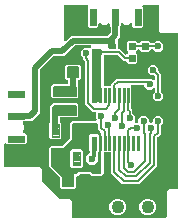
<source format=gbr>
G04 EAGLE Gerber RS-274X export*
G75*
%MOMM*%
%FSLAX34Y34*%
%LPD*%
%INTop Copper*%
%IPPOS*%
%AMOC8*
5,1,8,0,0,1.08239X$1,22.5*%
G01*
%ADD10C,0.090000*%
%ADD11C,0.060000*%
%ADD12C,0.030000*%
%ADD13C,0.105000*%
%ADD14C,0.150000*%
%ADD15C,0.135000*%
%ADD16C,1.100000*%
%ADD17C,0.600000*%
%ADD18C,0.500000*%
%ADD19C,0.300000*%
%ADD20C,0.200000*%

G36*
X139564Y3010D02*
X139564Y3010D01*
X139628Y3009D01*
X139703Y3030D01*
X139779Y3041D01*
X139838Y3067D01*
X139900Y3084D01*
X139966Y3125D01*
X140036Y3157D01*
X140085Y3199D01*
X140140Y3232D01*
X140192Y3290D01*
X140250Y3340D01*
X140286Y3394D01*
X140329Y3442D01*
X140362Y3511D01*
X140405Y3576D01*
X140424Y3638D01*
X140452Y3695D01*
X140463Y3765D01*
X140487Y3846D01*
X140488Y3931D01*
X140499Y4000D01*
X140499Y25243D01*
X142257Y27001D01*
X149000Y27001D01*
X149064Y27010D01*
X149128Y27009D01*
X149203Y27030D01*
X149279Y27041D01*
X149338Y27067D01*
X149400Y27084D01*
X149466Y27125D01*
X149536Y27157D01*
X149585Y27199D01*
X149640Y27232D01*
X149692Y27290D01*
X149750Y27340D01*
X149786Y27394D01*
X149829Y27442D01*
X149862Y27511D01*
X149905Y27576D01*
X149924Y27638D01*
X149952Y27695D01*
X149963Y27765D01*
X149987Y27846D01*
X149988Y27931D01*
X149999Y28000D01*
X149999Y158500D01*
X149990Y158564D01*
X149991Y158628D01*
X149970Y158703D01*
X149959Y158779D01*
X149933Y158838D01*
X149916Y158900D01*
X149875Y158966D01*
X149843Y159036D01*
X149801Y159085D01*
X149768Y159140D01*
X149710Y159192D01*
X149660Y159250D01*
X149606Y159286D01*
X149558Y159329D01*
X149489Y159362D01*
X149424Y159405D01*
X149362Y159424D01*
X149305Y159452D01*
X149235Y159463D01*
X149154Y159487D01*
X149069Y159488D01*
X149000Y159499D01*
X135757Y159499D01*
X133999Y161257D01*
X133999Y182000D01*
X133990Y182064D01*
X133991Y182128D01*
X133970Y182203D01*
X133959Y182279D01*
X133933Y182338D01*
X133916Y182400D01*
X133875Y182466D01*
X133843Y182536D01*
X133801Y182585D01*
X133768Y182640D01*
X133710Y182692D01*
X133660Y182750D01*
X133606Y182786D01*
X133558Y182829D01*
X133489Y182862D01*
X133424Y182905D01*
X133362Y182924D01*
X133305Y182952D01*
X133235Y182963D01*
X133154Y182987D01*
X133069Y182988D01*
X133000Y182999D01*
X120772Y182999D01*
X120740Y182995D01*
X120708Y182997D01*
X120601Y182975D01*
X120493Y182959D01*
X120463Y182946D01*
X120432Y182940D01*
X120335Y182888D01*
X120236Y182843D01*
X120211Y182822D01*
X120183Y182807D01*
X120104Y182731D01*
X120021Y182660D01*
X120004Y182633D01*
X119981Y182610D01*
X119927Y182516D01*
X119867Y182424D01*
X119858Y182393D01*
X119842Y182365D01*
X119816Y182259D01*
X119785Y182154D01*
X119784Y182122D01*
X119777Y182091D01*
X119782Y181981D01*
X119781Y181872D01*
X119789Y181841D01*
X119791Y181809D01*
X119827Y181706D01*
X119856Y181600D01*
X119873Y181573D01*
X119884Y181542D01*
X119937Y181469D01*
X120004Y181360D01*
X120040Y181328D01*
X120065Y181293D01*
X120501Y180858D01*
X120501Y165142D01*
X119358Y163999D01*
X112642Y163999D01*
X111499Y165142D01*
X111499Y166539D01*
X111483Y166656D01*
X111471Y166774D01*
X111463Y166796D01*
X111459Y166818D01*
X111411Y166926D01*
X111367Y167036D01*
X111353Y167054D01*
X111343Y167075D01*
X111266Y167165D01*
X111193Y167259D01*
X111175Y167272D01*
X111160Y167289D01*
X111060Y167354D01*
X110964Y167424D01*
X110943Y167431D01*
X110924Y167444D01*
X110810Y167479D01*
X110699Y167518D01*
X110676Y167520D01*
X110654Y167526D01*
X110536Y167528D01*
X110417Y167535D01*
X110396Y167530D01*
X110372Y167530D01*
X110193Y167480D01*
X110118Y167462D01*
X107793Y166499D01*
X105207Y166499D01*
X102882Y167462D01*
X102768Y167492D01*
X102654Y167526D01*
X102631Y167527D01*
X102609Y167532D01*
X102491Y167528D01*
X102372Y167530D01*
X102350Y167524D01*
X102327Y167523D01*
X102215Y167486D01*
X102100Y167455D01*
X102081Y167443D01*
X102059Y167436D01*
X101961Y167369D01*
X101860Y167307D01*
X101845Y167290D01*
X101826Y167277D01*
X101751Y167185D01*
X101671Y167097D01*
X101661Y167077D01*
X101647Y167059D01*
X101600Y166950D01*
X101548Y166844D01*
X101545Y166822D01*
X101535Y166800D01*
X101513Y166615D01*
X101501Y166539D01*
X101501Y165142D01*
X101293Y164935D01*
X101236Y164858D01*
X101171Y164786D01*
X101151Y164745D01*
X101124Y164709D01*
X101090Y164619D01*
X101048Y164533D01*
X101042Y164491D01*
X101025Y164445D01*
X101015Y164318D01*
X101001Y164228D01*
X101001Y155843D01*
X99293Y154136D01*
X99236Y154059D01*
X99171Y153987D01*
X99151Y153946D01*
X99124Y153910D01*
X99090Y153820D01*
X99048Y153734D01*
X99042Y153691D01*
X99025Y153646D01*
X99015Y153518D01*
X99001Y153429D01*
X99001Y148062D01*
X99015Y147959D01*
X99023Y147855D01*
X99035Y147822D01*
X99041Y147783D01*
X99100Y147652D01*
X99132Y147566D01*
X99222Y147410D01*
X99046Y146763D01*
X99039Y146708D01*
X99022Y146654D01*
X99021Y146568D01*
X99011Y146483D01*
X99019Y146428D01*
X99019Y146372D01*
X99042Y146289D01*
X99055Y146205D01*
X99079Y146154D01*
X99094Y146100D01*
X99139Y146027D01*
X99176Y145950D01*
X99213Y145908D01*
X99242Y145860D01*
X99306Y145803D01*
X99363Y145738D01*
X99410Y145709D01*
X99451Y145671D01*
X99529Y145634D01*
X99601Y145588D01*
X99655Y145573D01*
X99705Y145548D01*
X99781Y145536D01*
X99872Y145510D01*
X99947Y145511D01*
X100010Y145501D01*
X101036Y145501D01*
X105132Y141404D01*
X105184Y141366D01*
X105229Y141320D01*
X105296Y141281D01*
X105358Y141235D01*
X105418Y141212D01*
X105474Y141181D01*
X105549Y141163D01*
X105622Y141135D01*
X105686Y141130D01*
X105748Y141116D01*
X105826Y141120D01*
X105903Y141114D01*
X105966Y141127D01*
X106030Y141130D01*
X106103Y141155D01*
X106179Y141171D01*
X106236Y141201D01*
X106297Y141222D01*
X106353Y141264D01*
X106428Y141304D01*
X106489Y141363D01*
X106546Y141404D01*
X107435Y142293D01*
X107473Y142345D01*
X107519Y142390D01*
X107557Y142457D01*
X107604Y142519D01*
X107627Y142579D01*
X107658Y142635D01*
X107676Y142711D01*
X107703Y142783D01*
X107708Y142847D01*
X107723Y142910D01*
X107719Y142987D01*
X107725Y143064D01*
X107712Y143127D01*
X107709Y143191D01*
X107684Y143264D01*
X107668Y143340D01*
X107637Y143397D01*
X107616Y143458D01*
X107575Y143514D01*
X107535Y143589D01*
X107476Y143650D01*
X107435Y143707D01*
X106499Y144642D01*
X106499Y151358D01*
X107642Y152501D01*
X114358Y152501D01*
X115517Y151341D01*
X115530Y151297D01*
X115541Y151221D01*
X115567Y151162D01*
X115584Y151100D01*
X115625Y151034D01*
X115657Y150964D01*
X115699Y150915D01*
X115732Y150860D01*
X115790Y150808D01*
X115840Y150750D01*
X115894Y150714D01*
X115942Y150671D01*
X116011Y150638D01*
X116076Y150595D01*
X116138Y150576D01*
X116195Y150548D01*
X116265Y150537D01*
X116346Y150513D01*
X116431Y150512D01*
X116500Y150501D01*
X116564Y150510D01*
X116628Y150509D01*
X116703Y150530D01*
X116779Y150541D01*
X116838Y150567D01*
X116900Y150584D01*
X116966Y150625D01*
X117036Y150657D01*
X117085Y150699D01*
X117140Y150732D01*
X117192Y150790D01*
X117250Y150840D01*
X117286Y150894D01*
X117329Y150942D01*
X117362Y151011D01*
X117405Y151076D01*
X117424Y151138D01*
X117452Y151195D01*
X117463Y151265D01*
X117487Y151346D01*
X118642Y152501D01*
X125358Y152501D01*
X126517Y151341D01*
X126530Y151297D01*
X126541Y151221D01*
X126567Y151162D01*
X126584Y151100D01*
X126625Y151034D01*
X126657Y150964D01*
X126699Y150915D01*
X126732Y150860D01*
X126790Y150808D01*
X126840Y150750D01*
X126894Y150714D01*
X126942Y150671D01*
X127011Y150638D01*
X127076Y150595D01*
X127138Y150576D01*
X127195Y150548D01*
X127265Y150537D01*
X127346Y150513D01*
X127431Y150512D01*
X127500Y150501D01*
X128722Y150501D01*
X128817Y150514D01*
X128913Y150519D01*
X128956Y150534D01*
X129001Y150541D01*
X129089Y150580D01*
X129179Y150612D01*
X129214Y150637D01*
X129258Y150657D01*
X129355Y150740D01*
X129428Y150793D01*
X131136Y152501D01*
X134864Y152501D01*
X137501Y149864D01*
X137501Y146136D01*
X134864Y143499D01*
X131136Y143499D01*
X129428Y145207D01*
X129352Y145264D01*
X129280Y145329D01*
X129239Y145349D01*
X129203Y145376D01*
X129113Y145410D01*
X129026Y145452D01*
X128984Y145458D01*
X128939Y145475D01*
X128811Y145485D01*
X128722Y145499D01*
X127500Y145499D01*
X127436Y145490D01*
X127372Y145491D01*
X127297Y145470D01*
X127221Y145459D01*
X127162Y145433D01*
X127100Y145416D01*
X127034Y145375D01*
X126964Y145343D01*
X126915Y145301D01*
X126860Y145268D01*
X126808Y145210D01*
X126750Y145160D01*
X126714Y145106D01*
X126671Y145058D01*
X126638Y144989D01*
X126595Y144924D01*
X126576Y144862D01*
X126548Y144805D01*
X126537Y144735D01*
X126513Y144654D01*
X125358Y143499D01*
X118642Y143499D01*
X117483Y144659D01*
X117470Y144703D01*
X117459Y144779D01*
X117433Y144838D01*
X117416Y144900D01*
X117375Y144966D01*
X117343Y145036D01*
X117301Y145085D01*
X117268Y145140D01*
X117210Y145192D01*
X117160Y145250D01*
X117106Y145286D01*
X117058Y145329D01*
X116989Y145362D01*
X116924Y145405D01*
X116862Y145424D01*
X116805Y145452D01*
X116735Y145463D01*
X116654Y145487D01*
X116569Y145488D01*
X116500Y145499D01*
X116436Y145490D01*
X116372Y145491D01*
X116297Y145470D01*
X116221Y145459D01*
X116162Y145433D01*
X116100Y145416D01*
X116034Y145375D01*
X115964Y145343D01*
X115915Y145301D01*
X115860Y145268D01*
X115808Y145210D01*
X115750Y145160D01*
X115714Y145106D01*
X115671Y145058D01*
X115638Y144989D01*
X115595Y144924D01*
X115576Y144862D01*
X115548Y144805D01*
X115537Y144735D01*
X115513Y144654D01*
X114565Y143707D01*
X114527Y143655D01*
X114481Y143610D01*
X114443Y143543D01*
X114396Y143481D01*
X114373Y143421D01*
X114342Y143365D01*
X114324Y143290D01*
X114297Y143217D01*
X114292Y143153D01*
X114277Y143091D01*
X114281Y143013D01*
X114275Y142936D01*
X114288Y142873D01*
X114291Y142809D01*
X114316Y142736D01*
X114332Y142660D01*
X114363Y142603D01*
X114384Y142542D01*
X114425Y142486D01*
X114465Y142411D01*
X114524Y142350D01*
X114565Y142293D01*
X115501Y141358D01*
X115501Y134642D01*
X114358Y133499D01*
X107642Y133499D01*
X106483Y134659D01*
X106470Y134703D01*
X106459Y134779D01*
X106433Y134838D01*
X106416Y134900D01*
X106375Y134966D01*
X106343Y135036D01*
X106301Y135085D01*
X106268Y135140D01*
X106210Y135192D01*
X106160Y135250D01*
X106106Y135286D01*
X106058Y135329D01*
X105989Y135362D01*
X105924Y135405D01*
X105862Y135424D01*
X105805Y135452D01*
X105735Y135463D01*
X105654Y135487D01*
X105569Y135488D01*
X105500Y135499D01*
X103964Y135499D01*
X99257Y140207D01*
X99180Y140264D01*
X99109Y140329D01*
X99068Y140349D01*
X99031Y140376D01*
X98941Y140410D01*
X98855Y140452D01*
X98813Y140458D01*
X98767Y140475D01*
X98640Y140485D01*
X98550Y140499D01*
X88000Y140499D01*
X87936Y140490D01*
X87872Y140491D01*
X87797Y140470D01*
X87721Y140459D01*
X87662Y140433D01*
X87600Y140416D01*
X87534Y140375D01*
X87464Y140343D01*
X87415Y140301D01*
X87360Y140268D01*
X87308Y140210D01*
X87250Y140160D01*
X87214Y140106D01*
X87171Y140058D01*
X87138Y139989D01*
X87095Y139924D01*
X87076Y139862D01*
X87048Y139805D01*
X87037Y139735D01*
X87013Y139654D01*
X87012Y139569D01*
X87001Y139500D01*
X87001Y115500D01*
X87010Y115436D01*
X87009Y115372D01*
X87030Y115297D01*
X87041Y115221D01*
X87067Y115162D01*
X87084Y115100D01*
X87125Y115034D01*
X87157Y114964D01*
X87199Y114915D01*
X87232Y114860D01*
X87290Y114808D01*
X87340Y114750D01*
X87394Y114714D01*
X87442Y114671D01*
X87511Y114638D01*
X87576Y114595D01*
X87638Y114576D01*
X87695Y114548D01*
X87765Y114537D01*
X87846Y114513D01*
X87931Y114512D01*
X88000Y114501D01*
X89706Y114501D01*
X89710Y114500D01*
X89783Y114472D01*
X89847Y114467D01*
X89909Y114452D01*
X89987Y114456D01*
X90064Y114450D01*
X90127Y114464D01*
X90191Y114467D01*
X90264Y114492D01*
X90305Y114501D01*
X92500Y114501D01*
X92564Y114510D01*
X92628Y114509D01*
X92703Y114530D01*
X92779Y114541D01*
X92838Y114567D01*
X92900Y114584D01*
X92966Y114625D01*
X93036Y114657D01*
X93085Y114699D01*
X93140Y114732D01*
X93192Y114790D01*
X93250Y114840D01*
X93286Y114894D01*
X93329Y114942D01*
X93362Y115011D01*
X93405Y115076D01*
X93424Y115138D01*
X93452Y115195D01*
X93463Y115265D01*
X93487Y115346D01*
X93488Y115431D01*
X93499Y115500D01*
X93499Y116036D01*
X97964Y120501D01*
X127864Y120501D01*
X128793Y119572D01*
X128819Y119552D01*
X128840Y119528D01*
X128932Y119468D01*
X129019Y119402D01*
X129049Y119391D01*
X129076Y119373D01*
X129181Y119341D01*
X129283Y119303D01*
X129315Y119300D01*
X129346Y119291D01*
X129455Y119289D01*
X129564Y119281D01*
X129596Y119288D01*
X129628Y119287D01*
X129733Y119316D01*
X129840Y119339D01*
X129869Y119354D01*
X129900Y119362D01*
X129993Y119420D01*
X130089Y119471D01*
X130112Y119494D01*
X130140Y119510D01*
X130213Y119591D01*
X130291Y119668D01*
X130307Y119696D01*
X130329Y119720D01*
X130376Y119818D01*
X130430Y119913D01*
X130438Y119945D01*
X130452Y119974D01*
X130466Y120063D01*
X130495Y120188D01*
X130493Y120236D01*
X130499Y120278D01*
X130499Y122500D01*
X130490Y122564D01*
X130491Y122628D01*
X130470Y122703D01*
X130459Y122779D01*
X130433Y122838D01*
X130416Y122900D01*
X130375Y122966D01*
X130343Y123036D01*
X130301Y123085D01*
X130268Y123140D01*
X130210Y123192D01*
X130160Y123250D01*
X130106Y123286D01*
X130058Y123329D01*
X129989Y123362D01*
X129924Y123405D01*
X129862Y123424D01*
X129805Y123452D01*
X129735Y123463D01*
X129654Y123487D01*
X129569Y123488D01*
X129500Y123499D01*
X127136Y123499D01*
X124499Y126136D01*
X124499Y129864D01*
X127136Y132501D01*
X130864Y132501D01*
X133501Y129864D01*
X133501Y127450D01*
X133514Y127355D01*
X133519Y127259D01*
X133534Y127216D01*
X133541Y127171D01*
X133580Y127083D01*
X133612Y126992D01*
X133637Y126958D01*
X133657Y126914D01*
X133740Y126816D01*
X133793Y126743D01*
X135501Y125036D01*
X135501Y110278D01*
X135514Y110183D01*
X135519Y110087D01*
X135534Y110044D01*
X135541Y109999D01*
X135580Y109911D01*
X135612Y109821D01*
X135637Y109786D01*
X135657Y109742D01*
X135740Y109645D01*
X135793Y109572D01*
X137501Y107864D01*
X137501Y104136D01*
X134864Y101499D01*
X131136Y101499D01*
X128499Y104136D01*
X128499Y107864D01*
X130207Y109572D01*
X130264Y109648D01*
X130329Y109720D01*
X130349Y109761D01*
X130376Y109797D01*
X130410Y109887D01*
X130452Y109974D01*
X130458Y110016D01*
X130475Y110061D01*
X130485Y110189D01*
X130499Y110278D01*
X130499Y111722D01*
X130495Y111754D01*
X130497Y111786D01*
X130475Y111893D01*
X130459Y112001D01*
X130446Y112030D01*
X130440Y112062D01*
X130388Y112158D01*
X130343Y112258D01*
X130322Y112283D01*
X130307Y112311D01*
X130231Y112389D01*
X130160Y112472D01*
X130133Y112490D01*
X130110Y112513D01*
X130015Y112567D01*
X129924Y112627D01*
X129893Y112636D01*
X129865Y112652D01*
X129759Y112677D01*
X129654Y112709D01*
X129622Y112710D01*
X129591Y112717D01*
X129481Y112711D01*
X129372Y112713D01*
X129341Y112704D01*
X129309Y112703D01*
X129206Y112667D01*
X129100Y112638D01*
X129073Y112621D01*
X129042Y112610D01*
X128969Y112557D01*
X128860Y112490D01*
X128828Y112454D01*
X128793Y112428D01*
X127864Y111499D01*
X124136Y111499D01*
X121499Y114136D01*
X121499Y114500D01*
X121490Y114564D01*
X121491Y114628D01*
X121470Y114703D01*
X121459Y114779D01*
X121433Y114838D01*
X121416Y114900D01*
X121375Y114966D01*
X121343Y115036D01*
X121301Y115085D01*
X121268Y115140D01*
X121210Y115192D01*
X121160Y115250D01*
X121106Y115286D01*
X121058Y115329D01*
X120989Y115362D01*
X120924Y115405D01*
X120862Y115424D01*
X120805Y115452D01*
X120735Y115463D01*
X120654Y115487D01*
X120569Y115488D01*
X120500Y115499D01*
X110948Y115499D01*
X110916Y115495D01*
X110884Y115497D01*
X110777Y115475D01*
X110668Y115459D01*
X110639Y115446D01*
X110607Y115440D01*
X110511Y115388D01*
X110411Y115343D01*
X110387Y115322D01*
X110358Y115307D01*
X110280Y115231D01*
X110197Y115160D01*
X110179Y115133D01*
X110156Y115110D01*
X110103Y115016D01*
X110043Y114924D01*
X110033Y114893D01*
X110017Y114865D01*
X109992Y114759D01*
X109960Y114654D01*
X109960Y114622D01*
X109952Y114591D01*
X109958Y114481D01*
X109957Y114372D01*
X109965Y114341D01*
X109967Y114309D01*
X110003Y114206D01*
X110032Y114100D01*
X110049Y114073D01*
X110059Y114042D01*
X110113Y113969D01*
X110180Y113860D01*
X110216Y113828D01*
X110241Y113793D01*
X110501Y113534D01*
X110501Y95450D01*
X110514Y95355D01*
X110519Y95259D01*
X110534Y95216D01*
X110541Y95171D01*
X110580Y95083D01*
X110612Y94992D01*
X110637Y94958D01*
X110657Y94914D01*
X110740Y94816D01*
X110793Y94743D01*
X111501Y94036D01*
X111501Y91278D01*
X111514Y91183D01*
X111519Y91087D01*
X111534Y91044D01*
X111541Y90999D01*
X111580Y90911D01*
X111612Y90821D01*
X111637Y90786D01*
X111657Y90742D01*
X111740Y90645D01*
X111793Y90572D01*
X113501Y88864D01*
X113501Y85119D01*
X113468Y85068D01*
X113402Y84981D01*
X113391Y84951D01*
X113373Y84924D01*
X113341Y84820D01*
X113303Y84717D01*
X113300Y84685D01*
X113291Y84654D01*
X113289Y84545D01*
X113281Y84436D01*
X113288Y84404D01*
X113287Y84372D01*
X113316Y84267D01*
X113339Y84160D01*
X113354Y84131D01*
X113362Y84100D01*
X113420Y84007D01*
X113471Y83911D01*
X113493Y83888D01*
X113510Y83860D01*
X113591Y83787D01*
X113668Y83709D01*
X113696Y83693D01*
X113720Y83671D01*
X113818Y83624D01*
X113913Y83570D01*
X113944Y83562D01*
X113974Y83548D01*
X114063Y83534D01*
X114188Y83505D01*
X114236Y83507D01*
X114278Y83501D01*
X115500Y83501D01*
X115564Y83510D01*
X115628Y83509D01*
X115703Y83530D01*
X115779Y83541D01*
X115838Y83567D01*
X115900Y83584D01*
X115966Y83625D01*
X116036Y83657D01*
X116085Y83699D01*
X116140Y83732D01*
X116192Y83790D01*
X116250Y83840D01*
X116286Y83894D01*
X116329Y83942D01*
X116362Y84011D01*
X116405Y84076D01*
X116424Y84138D01*
X116452Y84195D01*
X116463Y84265D01*
X116487Y84346D01*
X116488Y84431D01*
X116499Y84500D01*
X116499Y86864D01*
X119136Y89501D01*
X122864Y89501D01*
X125501Y86864D01*
X125501Y84500D01*
X125510Y84436D01*
X125509Y84372D01*
X125530Y84297D01*
X125541Y84221D01*
X125567Y84162D01*
X125584Y84100D01*
X125625Y84034D01*
X125657Y83964D01*
X125699Y83915D01*
X125732Y83860D01*
X125790Y83808D01*
X125840Y83750D01*
X125894Y83714D01*
X125942Y83671D01*
X126011Y83638D01*
X126076Y83595D01*
X126138Y83576D01*
X126195Y83548D01*
X126265Y83537D01*
X126346Y83513D01*
X126431Y83512D01*
X126500Y83501D01*
X127500Y83501D01*
X127564Y83510D01*
X127628Y83509D01*
X127703Y83530D01*
X127779Y83541D01*
X127838Y83567D01*
X127900Y83584D01*
X127966Y83625D01*
X128036Y83657D01*
X128085Y83699D01*
X128140Y83732D01*
X128192Y83790D01*
X128250Y83840D01*
X128286Y83894D01*
X128329Y83942D01*
X128362Y84011D01*
X128405Y84076D01*
X128424Y84138D01*
X128452Y84195D01*
X128463Y84265D01*
X128487Y84346D01*
X128488Y84431D01*
X128499Y84500D01*
X128499Y86864D01*
X131136Y89501D01*
X134864Y89501D01*
X137501Y86864D01*
X137501Y83136D01*
X135793Y81428D01*
X135736Y81352D01*
X135671Y81280D01*
X135651Y81239D01*
X135624Y81203D01*
X135590Y81113D01*
X135548Y81026D01*
X135542Y80984D01*
X135525Y80939D01*
X135515Y80811D01*
X135501Y80722D01*
X135501Y73964D01*
X132793Y71257D01*
X132736Y71180D01*
X132671Y71109D01*
X132651Y71068D01*
X132624Y71031D01*
X132590Y70941D01*
X132548Y70855D01*
X132542Y70813D01*
X132525Y70767D01*
X132515Y70640D01*
X132501Y70550D01*
X132501Y46650D01*
X117350Y31499D01*
X102993Y31499D01*
X93499Y40993D01*
X93499Y57500D01*
X93490Y57564D01*
X93491Y57628D01*
X93470Y57703D01*
X93459Y57779D01*
X93433Y57838D01*
X93416Y57900D01*
X93375Y57966D01*
X93343Y58036D01*
X93301Y58085D01*
X93268Y58140D01*
X93210Y58192D01*
X93160Y58250D01*
X93106Y58286D01*
X93058Y58329D01*
X92989Y58362D01*
X92924Y58405D01*
X92862Y58424D01*
X92805Y58452D01*
X92735Y58463D01*
X92654Y58487D01*
X92569Y58488D01*
X92500Y58499D01*
X90294Y58499D01*
X90290Y58500D01*
X90217Y58528D01*
X90153Y58533D01*
X90090Y58548D01*
X90013Y58544D01*
X89936Y58550D01*
X89873Y58536D01*
X89809Y58533D01*
X89735Y58508D01*
X89695Y58499D01*
X88000Y58499D01*
X87936Y58490D01*
X87872Y58491D01*
X87797Y58470D01*
X87721Y58459D01*
X87662Y58433D01*
X87600Y58416D01*
X87534Y58375D01*
X87464Y58343D01*
X87415Y58301D01*
X87360Y58268D01*
X87308Y58210D01*
X87250Y58160D01*
X87214Y58106D01*
X87171Y58058D01*
X87138Y57989D01*
X87095Y57924D01*
X87076Y57862D01*
X87048Y57805D01*
X87037Y57735D01*
X87013Y57654D01*
X87012Y57569D01*
X87001Y57500D01*
X87001Y39757D01*
X85243Y37999D01*
X65000Y37999D01*
X64936Y37990D01*
X64872Y37991D01*
X64797Y37970D01*
X64721Y37959D01*
X64662Y37933D01*
X64600Y37916D01*
X64534Y37875D01*
X64464Y37843D01*
X64415Y37801D01*
X64360Y37768D01*
X64308Y37710D01*
X64250Y37660D01*
X64214Y37606D01*
X64171Y37558D01*
X64138Y37489D01*
X64095Y37424D01*
X64076Y37362D01*
X64048Y37305D01*
X64037Y37235D01*
X64013Y37154D01*
X64012Y37069D01*
X64001Y37000D01*
X64001Y28757D01*
X62243Y26999D01*
X51757Y26999D01*
X49999Y28757D01*
X49999Y36343D01*
X49986Y36438D01*
X49981Y36534D01*
X49966Y36577D01*
X49959Y36622D01*
X49920Y36710D01*
X49888Y36801D01*
X49863Y36835D01*
X49843Y36879D01*
X49760Y36977D01*
X49707Y37050D01*
X40499Y46257D01*
X40499Y62243D01*
X42257Y64001D01*
X51843Y64001D01*
X51938Y64014D01*
X52034Y64019D01*
X52077Y64034D01*
X52122Y64041D01*
X52210Y64080D01*
X52301Y64112D01*
X52335Y64137D01*
X52379Y64157D01*
X52477Y64240D01*
X52550Y64293D01*
X58207Y69950D01*
X58264Y70027D01*
X58329Y70098D01*
X58349Y70139D01*
X58376Y70176D01*
X58410Y70266D01*
X58452Y70352D01*
X58458Y70394D01*
X58475Y70440D01*
X58485Y70567D01*
X58499Y70657D01*
X58499Y83243D01*
X60257Y85001D01*
X80222Y85001D01*
X80254Y85005D01*
X80286Y85003D01*
X80393Y85025D01*
X80501Y85041D01*
X80530Y85054D01*
X80562Y85060D01*
X80659Y85112D01*
X80758Y85157D01*
X80783Y85178D01*
X80811Y85193D01*
X80889Y85269D01*
X80972Y85340D01*
X80990Y85367D01*
X81013Y85390D01*
X81067Y85484D01*
X81127Y85576D01*
X81136Y85607D01*
X81152Y85635D01*
X81177Y85741D01*
X81209Y85846D01*
X81210Y85878D01*
X81217Y85909D01*
X81211Y86019D01*
X81213Y86128D01*
X81204Y86159D01*
X81203Y86191D01*
X81167Y86294D01*
X81138Y86400D01*
X81121Y86427D01*
X81110Y86458D01*
X81057Y86531D01*
X80990Y86640D01*
X80954Y86672D01*
X80928Y86707D01*
X80499Y87136D01*
X80499Y90881D01*
X80532Y90932D01*
X80598Y91019D01*
X80609Y91049D01*
X80627Y91076D01*
X80659Y91180D01*
X80697Y91283D01*
X80700Y91315D01*
X80709Y91346D01*
X80711Y91455D01*
X80719Y91564D01*
X80712Y91596D01*
X80713Y91628D01*
X80684Y91733D01*
X80661Y91840D01*
X80646Y91869D01*
X80638Y91900D01*
X80580Y91993D01*
X80529Y92089D01*
X80507Y92112D01*
X80490Y92140D01*
X80409Y92213D01*
X80332Y92291D01*
X80304Y92307D01*
X80280Y92329D01*
X80182Y92376D01*
X80087Y92430D01*
X80056Y92438D01*
X80026Y92452D01*
X79937Y92466D01*
X79812Y92495D01*
X79764Y92493D01*
X79722Y92499D01*
X77721Y92499D01*
X71499Y98721D01*
X71499Y134550D01*
X71486Y134645D01*
X71481Y134741D01*
X71466Y134784D01*
X71459Y134829D01*
X71420Y134917D01*
X71388Y135008D01*
X71363Y135042D01*
X71343Y135086D01*
X71260Y135184D01*
X71207Y135257D01*
X69499Y136964D01*
X69499Y138222D01*
X69486Y138317D01*
X69481Y138413D01*
X69466Y138456D01*
X69459Y138501D01*
X69420Y138589D01*
X69388Y138679D01*
X69363Y138714D01*
X69343Y138758D01*
X69260Y138855D01*
X69207Y138928D01*
X67499Y140636D01*
X67499Y144364D01*
X70136Y147001D01*
X73864Y147001D01*
X74104Y146761D01*
X74155Y146722D01*
X74200Y146676D01*
X74268Y146638D01*
X74330Y146592D01*
X74390Y146569D01*
X74446Y146537D01*
X74521Y146519D01*
X74594Y146492D01*
X74658Y146487D01*
X74720Y146472D01*
X74798Y146476D01*
X74875Y146470D01*
X74937Y146483D01*
X75002Y146487D01*
X75075Y146512D01*
X75151Y146528D01*
X75208Y146558D01*
X75268Y146579D01*
X75325Y146621D01*
X75400Y146660D01*
X75461Y146720D01*
X75517Y146761D01*
X76050Y147293D01*
X76069Y147319D01*
X76094Y147340D01*
X76154Y147432D01*
X76219Y147519D01*
X76230Y147549D01*
X76248Y147576D01*
X76280Y147681D01*
X76319Y147783D01*
X76321Y147815D01*
X76330Y147846D01*
X76332Y147955D01*
X76340Y148064D01*
X76334Y148096D01*
X76334Y148128D01*
X76305Y148233D01*
X76283Y148340D01*
X76268Y148369D01*
X76259Y148400D01*
X76202Y148493D01*
X76150Y148589D01*
X76128Y148612D01*
X76111Y148640D01*
X76030Y148713D01*
X75954Y148791D01*
X75926Y148807D01*
X75902Y148829D01*
X75803Y148876D01*
X75708Y148930D01*
X75677Y148938D01*
X75648Y148952D01*
X75559Y148966D01*
X75434Y148995D01*
X75385Y148993D01*
X75343Y148999D01*
X63071Y148999D01*
X62976Y148986D01*
X62880Y148981D01*
X62837Y148966D01*
X62792Y148959D01*
X62704Y148920D01*
X62613Y148888D01*
X62579Y148863D01*
X62535Y148843D01*
X62438Y148760D01*
X62365Y148707D01*
X53657Y139999D01*
X45071Y139999D01*
X44976Y139986D01*
X44880Y139981D01*
X44837Y139966D01*
X44792Y139959D01*
X44704Y139920D01*
X44613Y139888D01*
X44579Y139863D01*
X44535Y139843D01*
X44438Y139760D01*
X44365Y139707D01*
X33293Y128635D01*
X33236Y128559D01*
X33171Y128487D01*
X33151Y128446D01*
X33124Y128410D01*
X33090Y128320D01*
X33048Y128234D01*
X33042Y128191D01*
X33025Y128146D01*
X33020Y128084D01*
X33013Y128061D01*
X33012Y128000D01*
X33001Y127929D01*
X33001Y91343D01*
X26657Y84999D01*
X21772Y84999D01*
X21677Y84986D01*
X21581Y84981D01*
X21538Y84966D01*
X21493Y84959D01*
X21405Y84920D01*
X21314Y84888D01*
X21280Y84863D01*
X21236Y84843D01*
X21139Y84760D01*
X21065Y84707D01*
X20858Y84499D01*
X19461Y84499D01*
X19344Y84483D01*
X19226Y84471D01*
X19204Y84463D01*
X19182Y84459D01*
X19074Y84411D01*
X18964Y84367D01*
X18946Y84353D01*
X18925Y84343D01*
X18835Y84266D01*
X18741Y84193D01*
X18728Y84175D01*
X18711Y84160D01*
X18646Y84060D01*
X18576Y83964D01*
X18569Y83943D01*
X18556Y83924D01*
X18521Y83810D01*
X18482Y83699D01*
X18480Y83676D01*
X18474Y83654D01*
X18472Y83536D01*
X18465Y83417D01*
X18470Y83396D01*
X18470Y83372D01*
X18520Y83193D01*
X18538Y83118D01*
X19501Y80793D01*
X19501Y78207D01*
X18538Y75882D01*
X18508Y75768D01*
X18474Y75654D01*
X18473Y75631D01*
X18468Y75609D01*
X18472Y75491D01*
X18470Y75372D01*
X18476Y75350D01*
X18477Y75327D01*
X18514Y75215D01*
X18545Y75100D01*
X18557Y75081D01*
X18564Y75059D01*
X18631Y74961D01*
X18693Y74860D01*
X18710Y74845D01*
X18723Y74826D01*
X18815Y74751D01*
X18903Y74671D01*
X18923Y74661D01*
X18941Y74647D01*
X19050Y74600D01*
X19156Y74548D01*
X19178Y74545D01*
X19200Y74535D01*
X19385Y74513D01*
X19461Y74501D01*
X20858Y74501D01*
X22001Y73358D01*
X22001Y66642D01*
X20858Y65499D01*
X5142Y65499D01*
X4707Y65935D01*
X4681Y65954D01*
X4660Y65979D01*
X4568Y66038D01*
X4481Y66104D01*
X4451Y66115D01*
X4424Y66133D01*
X4319Y66165D01*
X4217Y66204D01*
X4185Y66206D01*
X4154Y66215D01*
X4045Y66217D01*
X3936Y66225D01*
X3904Y66219D01*
X3872Y66219D01*
X3767Y66190D01*
X3660Y66168D01*
X3631Y66153D01*
X3600Y66144D01*
X3507Y66087D01*
X3411Y66035D01*
X3388Y66013D01*
X3360Y65996D01*
X3287Y65915D01*
X3209Y65839D01*
X3193Y65810D01*
X3171Y65787D01*
X3124Y65688D01*
X3070Y65593D01*
X3062Y65562D01*
X3048Y65533D01*
X3034Y65443D01*
X3005Y65319D01*
X3007Y65270D01*
X3001Y65228D01*
X3001Y46500D01*
X3010Y46436D01*
X3009Y46372D01*
X3030Y46297D01*
X3041Y46221D01*
X3067Y46162D01*
X3084Y46100D01*
X3125Y46034D01*
X3157Y45964D01*
X3199Y45915D01*
X3232Y45860D01*
X3290Y45808D01*
X3340Y45750D01*
X3394Y45714D01*
X3442Y45671D01*
X3511Y45638D01*
X3576Y45595D01*
X3638Y45576D01*
X3695Y45548D01*
X3765Y45537D01*
X3846Y45513D01*
X3931Y45512D01*
X4000Y45501D01*
X33243Y45501D01*
X35001Y43743D01*
X35001Y34157D01*
X35014Y34062D01*
X35019Y33966D01*
X35034Y33923D01*
X35041Y33878D01*
X35080Y33790D01*
X35112Y33699D01*
X35137Y33665D01*
X35157Y33621D01*
X35240Y33523D01*
X35293Y33450D01*
X49950Y18793D01*
X50027Y18736D01*
X50098Y18671D01*
X50139Y18651D01*
X50176Y18624D01*
X50266Y18590D01*
X50352Y18548D01*
X50394Y18542D01*
X50440Y18525D01*
X50567Y18515D01*
X50657Y18501D01*
X58243Y18501D01*
X60001Y16743D01*
X60001Y4000D01*
X60010Y3936D01*
X60009Y3872D01*
X60030Y3797D01*
X60041Y3721D01*
X60067Y3662D01*
X60084Y3600D01*
X60125Y3534D01*
X60157Y3464D01*
X60199Y3415D01*
X60232Y3360D01*
X60290Y3308D01*
X60340Y3250D01*
X60394Y3214D01*
X60442Y3171D01*
X60511Y3138D01*
X60576Y3095D01*
X60638Y3076D01*
X60695Y3048D01*
X60765Y3037D01*
X60846Y3013D01*
X60931Y3012D01*
X61000Y3001D01*
X139500Y3001D01*
X139564Y3010D01*
G37*
G36*
X61064Y29010D02*
X61064Y29010D01*
X61128Y29009D01*
X61203Y29030D01*
X61279Y29041D01*
X61338Y29067D01*
X61400Y29084D01*
X61466Y29125D01*
X61536Y29157D01*
X61585Y29199D01*
X61640Y29232D01*
X61692Y29290D01*
X61750Y29340D01*
X61786Y29394D01*
X61829Y29442D01*
X61862Y29511D01*
X61905Y29576D01*
X61924Y29638D01*
X61952Y29695D01*
X61963Y29765D01*
X61987Y29846D01*
X61988Y29931D01*
X61999Y30000D01*
X61999Y40001D01*
X63197Y40001D01*
X63292Y40014D01*
X63388Y40019D01*
X63431Y40034D01*
X63476Y40041D01*
X63563Y40080D01*
X63654Y40112D01*
X63689Y40137D01*
X63733Y40157D01*
X63830Y40240D01*
X63903Y40293D01*
X65611Y42001D01*
X76389Y42001D01*
X78097Y40293D01*
X78173Y40236D01*
X78245Y40171D01*
X78286Y40151D01*
X78322Y40124D01*
X78412Y40090D01*
X78499Y40048D01*
X78541Y40042D01*
X78586Y40025D01*
X78714Y40015D01*
X78803Y40001D01*
X84000Y40001D01*
X84064Y40010D01*
X84128Y40009D01*
X84203Y40030D01*
X84279Y40041D01*
X84338Y40067D01*
X84400Y40084D01*
X84466Y40125D01*
X84536Y40157D01*
X84585Y40199D01*
X84640Y40232D01*
X84692Y40290D01*
X84750Y40340D01*
X84786Y40394D01*
X84829Y40442D01*
X84862Y40511D01*
X84905Y40576D01*
X84924Y40638D01*
X84952Y40695D01*
X84963Y40765D01*
X84987Y40846D01*
X84988Y40931D01*
X84999Y41000D01*
X84999Y74343D01*
X84986Y74438D01*
X84981Y74534D01*
X84966Y74577D01*
X84959Y74622D01*
X84920Y74710D01*
X84888Y74801D01*
X84863Y74835D01*
X84843Y74879D01*
X84760Y74977D01*
X84707Y75050D01*
X84050Y75707D01*
X81999Y77757D01*
X81999Y82000D01*
X81991Y82060D01*
X81991Y82089D01*
X81991Y82091D01*
X81991Y82128D01*
X81970Y82203D01*
X81959Y82279D01*
X81933Y82338D01*
X81916Y82400D01*
X81875Y82466D01*
X81843Y82536D01*
X81801Y82585D01*
X81768Y82640D01*
X81710Y82692D01*
X81660Y82750D01*
X81606Y82786D01*
X81558Y82829D01*
X81489Y82862D01*
X81424Y82905D01*
X81362Y82924D01*
X81305Y82952D01*
X81235Y82963D01*
X81154Y82987D01*
X81069Y82988D01*
X81000Y82999D01*
X61500Y82999D01*
X61436Y82990D01*
X61372Y82991D01*
X61297Y82970D01*
X61221Y82959D01*
X61162Y82933D01*
X61100Y82916D01*
X61034Y82875D01*
X60964Y82843D01*
X60915Y82801D01*
X60860Y82768D01*
X60808Y82710D01*
X60750Y82660D01*
X60714Y82606D01*
X60671Y82558D01*
X60638Y82489D01*
X60595Y82424D01*
X60576Y82362D01*
X60548Y82305D01*
X60537Y82235D01*
X60513Y82154D01*
X60512Y82069D01*
X60501Y82000D01*
X60501Y69414D01*
X53086Y61999D01*
X43500Y61999D01*
X43436Y61990D01*
X43372Y61991D01*
X43297Y61970D01*
X43221Y61959D01*
X43162Y61933D01*
X43100Y61916D01*
X43034Y61875D01*
X42964Y61843D01*
X42915Y61801D01*
X42860Y61768D01*
X42808Y61710D01*
X42750Y61660D01*
X42714Y61606D01*
X42671Y61558D01*
X42638Y61489D01*
X42595Y61424D01*
X42576Y61362D01*
X42548Y61305D01*
X42537Y61235D01*
X42513Y61154D01*
X42512Y61069D01*
X42501Y61000D01*
X42501Y47500D01*
X42514Y47405D01*
X42519Y47309D01*
X42534Y47266D01*
X42541Y47221D01*
X42580Y47133D01*
X42612Y47042D01*
X42637Y47008D01*
X42657Y46964D01*
X42740Y46867D01*
X42793Y46793D01*
X52001Y37586D01*
X52001Y30000D01*
X52010Y29936D01*
X52009Y29872D01*
X52030Y29797D01*
X52041Y29721D01*
X52067Y29662D01*
X52084Y29600D01*
X52125Y29534D01*
X52157Y29464D01*
X52199Y29415D01*
X52232Y29360D01*
X52290Y29308D01*
X52340Y29250D01*
X52394Y29214D01*
X52442Y29171D01*
X52511Y29138D01*
X52576Y29095D01*
X52638Y29076D01*
X52695Y29048D01*
X52765Y29037D01*
X52846Y29013D01*
X52931Y29012D01*
X53000Y29001D01*
X61000Y29001D01*
X61064Y29010D01*
G37*
G36*
X54519Y152581D02*
X54519Y152581D01*
X54628Y152580D01*
X54659Y152589D01*
X54691Y152590D01*
X54794Y152626D01*
X54900Y152655D01*
X54927Y152672D01*
X54958Y152683D01*
X55031Y152736D01*
X55140Y152803D01*
X55172Y152839D01*
X55207Y152864D01*
X59343Y157001D01*
X90429Y157001D01*
X90524Y157014D01*
X90620Y157019D01*
X90663Y157034D01*
X90708Y157041D01*
X90796Y157080D01*
X90887Y157112D01*
X90921Y157137D01*
X90965Y157157D01*
X91062Y157240D01*
X91136Y157293D01*
X92707Y158865D01*
X92764Y158941D01*
X92829Y159013D01*
X92849Y159054D01*
X92876Y159090D01*
X92910Y159180D01*
X92952Y159266D01*
X92958Y159309D01*
X92975Y159354D01*
X92985Y159482D01*
X92999Y159571D01*
X92999Y164228D01*
X92986Y164323D01*
X92981Y164419D01*
X92966Y164462D01*
X92959Y164507D01*
X92920Y164595D01*
X92888Y164686D01*
X92863Y164720D01*
X92843Y164764D01*
X92760Y164862D01*
X92707Y164935D01*
X92499Y165142D01*
X92499Y166539D01*
X92483Y166656D01*
X92471Y166774D01*
X92463Y166796D01*
X92459Y166818D01*
X92411Y166926D01*
X92367Y167036D01*
X92353Y167054D01*
X92343Y167075D01*
X92266Y167165D01*
X92193Y167259D01*
X92175Y167272D01*
X92160Y167289D01*
X92060Y167354D01*
X91964Y167424D01*
X91943Y167431D01*
X91924Y167444D01*
X91810Y167479D01*
X91699Y167518D01*
X91676Y167520D01*
X91654Y167526D01*
X91536Y167528D01*
X91417Y167535D01*
X91396Y167530D01*
X91372Y167530D01*
X91193Y167480D01*
X91118Y167462D01*
X88793Y166499D01*
X86207Y166499D01*
X83882Y167462D01*
X83768Y167492D01*
X83654Y167526D01*
X83631Y167527D01*
X83609Y167532D01*
X83491Y167528D01*
X83372Y167530D01*
X83350Y167524D01*
X83327Y167523D01*
X83215Y167486D01*
X83100Y167455D01*
X83081Y167443D01*
X83059Y167436D01*
X82961Y167369D01*
X82860Y167307D01*
X82845Y167290D01*
X82826Y167277D01*
X82751Y167185D01*
X82671Y167097D01*
X82661Y167077D01*
X82647Y167059D01*
X82600Y166950D01*
X82548Y166844D01*
X82545Y166822D01*
X82535Y166800D01*
X82513Y166615D01*
X82501Y166539D01*
X82501Y165142D01*
X81358Y163999D01*
X74642Y163999D01*
X73499Y165142D01*
X73499Y180858D01*
X73935Y181293D01*
X73954Y181319D01*
X73979Y181340D01*
X74038Y181432D01*
X74104Y181519D01*
X74115Y181549D01*
X74133Y181576D01*
X74165Y181681D01*
X74204Y181783D01*
X74206Y181815D01*
X74215Y181846D01*
X74217Y181955D01*
X74225Y182064D01*
X74219Y182096D01*
X74219Y182128D01*
X74190Y182233D01*
X74168Y182340D01*
X74153Y182369D01*
X74144Y182400D01*
X74087Y182493D01*
X74035Y182589D01*
X74013Y182612D01*
X73996Y182640D01*
X73915Y182713D01*
X73839Y182791D01*
X73810Y182807D01*
X73787Y182829D01*
X73688Y182876D01*
X73593Y182930D01*
X73562Y182938D01*
X73533Y182952D01*
X73443Y182966D01*
X73319Y182995D01*
X73270Y182993D01*
X73228Y182999D01*
X54500Y182999D01*
X54436Y182990D01*
X54372Y182991D01*
X54297Y182970D01*
X54221Y182959D01*
X54162Y182933D01*
X54100Y182916D01*
X54034Y182875D01*
X53964Y182843D01*
X53915Y182801D01*
X53860Y182768D01*
X53808Y182710D01*
X53750Y182660D01*
X53714Y182606D01*
X53671Y182558D01*
X53638Y182489D01*
X53595Y182424D01*
X53576Y182362D01*
X53548Y182305D01*
X53537Y182235D01*
X53513Y182154D01*
X53512Y182069D01*
X53501Y182000D01*
X53501Y153571D01*
X53505Y153539D01*
X53503Y153507D01*
X53525Y153400D01*
X53541Y153292D01*
X53554Y153262D01*
X53560Y153231D01*
X53612Y153134D01*
X53657Y153035D01*
X53678Y153010D01*
X53693Y152982D01*
X53769Y152904D01*
X53840Y152821D01*
X53867Y152803D01*
X53890Y152780D01*
X53985Y152726D01*
X54076Y152666D01*
X54107Y152657D01*
X54135Y152641D01*
X54242Y152616D01*
X54346Y152584D01*
X54378Y152583D01*
X54409Y152576D01*
X54519Y152581D01*
G37*
%LPC*%
G36*
X43774Y103999D02*
X43774Y103999D01*
X42499Y105274D01*
X42499Y114726D01*
X43774Y116001D01*
X56000Y116001D01*
X56064Y116010D01*
X56128Y116009D01*
X56203Y116030D01*
X56279Y116041D01*
X56338Y116067D01*
X56400Y116084D01*
X56466Y116125D01*
X56536Y116157D01*
X56585Y116199D01*
X56640Y116232D01*
X56692Y116290D01*
X56750Y116340D01*
X56786Y116394D01*
X56829Y116442D01*
X56862Y116511D01*
X56905Y116576D01*
X56924Y116638D01*
X56952Y116695D01*
X56963Y116765D01*
X56987Y116846D01*
X56988Y116931D01*
X56999Y117000D01*
X56999Y118500D01*
X56990Y118564D01*
X56991Y118628D01*
X56970Y118703D01*
X56959Y118779D01*
X56933Y118838D01*
X56916Y118900D01*
X56875Y118966D01*
X56843Y119036D01*
X56801Y119085D01*
X56768Y119140D01*
X56710Y119192D01*
X56660Y119250D01*
X56606Y119286D01*
X56558Y119329D01*
X56489Y119362D01*
X56424Y119405D01*
X56362Y119424D01*
X56305Y119452D01*
X56235Y119463D01*
X56154Y119487D01*
X56069Y119488D01*
X56000Y119499D01*
X55818Y119499D01*
X54499Y120818D01*
X54499Y131182D01*
X55818Y132501D01*
X66182Y132501D01*
X67501Y131182D01*
X67501Y120818D01*
X66182Y119499D01*
X66000Y119499D01*
X65936Y119490D01*
X65872Y119491D01*
X65797Y119470D01*
X65721Y119459D01*
X65662Y119433D01*
X65600Y119416D01*
X65534Y119375D01*
X65464Y119343D01*
X65415Y119301D01*
X65360Y119268D01*
X65308Y119210D01*
X65250Y119160D01*
X65214Y119106D01*
X65171Y119058D01*
X65138Y118989D01*
X65095Y118924D01*
X65076Y118862D01*
X65048Y118805D01*
X65037Y118735D01*
X65013Y118654D01*
X65012Y118569D01*
X65001Y118500D01*
X65001Y115640D01*
X65014Y115545D01*
X65019Y115449D01*
X65034Y115406D01*
X65041Y115361D01*
X65080Y115273D01*
X65112Y115183D01*
X65137Y115148D01*
X65157Y115104D01*
X65240Y115007D01*
X65293Y114934D01*
X65501Y114726D01*
X65501Y105274D01*
X64226Y103999D01*
X43774Y103999D01*
G37*
%LPD*%
%LPC*%
G36*
X42186Y69499D02*
X42186Y69499D01*
X40999Y70686D01*
X40999Y83314D01*
X41707Y84021D01*
X41764Y84098D01*
X41829Y84170D01*
X41849Y84211D01*
X41876Y84247D01*
X41910Y84337D01*
X41952Y84423D01*
X41958Y84465D01*
X41975Y84511D01*
X41985Y84638D01*
X41999Y84728D01*
X41999Y97657D01*
X42207Y97865D01*
X42264Y97941D01*
X42329Y98013D01*
X42349Y98054D01*
X42376Y98090D01*
X42410Y98180D01*
X42452Y98266D01*
X42458Y98309D01*
X42475Y98354D01*
X42485Y98482D01*
X42499Y98571D01*
X42499Y98726D01*
X43774Y100001D01*
X64226Y100001D01*
X65501Y98726D01*
X65501Y89274D01*
X64226Y87999D01*
X51000Y87999D01*
X50936Y87990D01*
X50872Y87991D01*
X50797Y87970D01*
X50721Y87959D01*
X50662Y87933D01*
X50600Y87916D01*
X50534Y87875D01*
X50464Y87843D01*
X50415Y87801D01*
X50360Y87768D01*
X50308Y87710D01*
X50250Y87660D01*
X50214Y87606D01*
X50171Y87558D01*
X50138Y87489D01*
X50095Y87424D01*
X50076Y87362D01*
X50048Y87305D01*
X50037Y87235D01*
X50013Y87154D01*
X50012Y87069D01*
X50001Y87000D01*
X50001Y84728D01*
X50014Y84633D01*
X50019Y84537D01*
X50034Y84494D01*
X50041Y84449D01*
X50080Y84361D01*
X50112Y84270D01*
X50137Y84236D01*
X50157Y84192D01*
X50240Y84094D01*
X50293Y84021D01*
X51001Y83314D01*
X51001Y70686D01*
X49814Y69499D01*
X42186Y69499D01*
G37*
%LPD*%
G36*
X84064Y101010D02*
X84064Y101010D01*
X84128Y101009D01*
X84203Y101030D01*
X84279Y101041D01*
X84338Y101067D01*
X84400Y101084D01*
X84466Y101125D01*
X84536Y101157D01*
X84585Y101199D01*
X84640Y101232D01*
X84692Y101290D01*
X84750Y101340D01*
X84786Y101394D01*
X84829Y101442D01*
X84862Y101511D01*
X84905Y101576D01*
X84924Y101638D01*
X84952Y101695D01*
X84963Y101765D01*
X84987Y101846D01*
X84988Y101931D01*
X84999Y102000D01*
X84999Y145000D01*
X84991Y145061D01*
X84991Y145096D01*
X84991Y145097D01*
X84991Y145128D01*
X84970Y145203D01*
X84959Y145279D01*
X84933Y145338D01*
X84916Y145400D01*
X84875Y145466D01*
X84843Y145536D01*
X84801Y145585D01*
X84768Y145640D01*
X84710Y145692D01*
X84660Y145750D01*
X84606Y145786D01*
X84558Y145829D01*
X84489Y145862D01*
X84424Y145905D01*
X84362Y145924D01*
X84305Y145952D01*
X84235Y145963D01*
X84154Y145987D01*
X84069Y145988D01*
X84000Y145999D01*
X78000Y145999D01*
X77936Y145990D01*
X77872Y145991D01*
X77797Y145970D01*
X77721Y145959D01*
X77662Y145933D01*
X77600Y145916D01*
X77534Y145875D01*
X77464Y145843D01*
X77415Y145801D01*
X77360Y145768D01*
X77308Y145710D01*
X77250Y145660D01*
X77214Y145606D01*
X77171Y145558D01*
X77138Y145489D01*
X77095Y145424D01*
X77076Y145362D01*
X77048Y145305D01*
X77037Y145235D01*
X77013Y145154D01*
X77012Y145069D01*
X77001Y145000D01*
X77001Y102000D01*
X77010Y101936D01*
X77009Y101872D01*
X77030Y101797D01*
X77041Y101721D01*
X77067Y101662D01*
X77084Y101600D01*
X77125Y101534D01*
X77157Y101464D01*
X77199Y101415D01*
X77232Y101360D01*
X77290Y101308D01*
X77340Y101250D01*
X77394Y101214D01*
X77442Y101171D01*
X77511Y101138D01*
X77576Y101095D01*
X77638Y101076D01*
X77695Y101048D01*
X77765Y101037D01*
X77846Y101013D01*
X77931Y101012D01*
X78000Y101001D01*
X84000Y101001D01*
X84064Y101010D01*
G37*
%LPC*%
G36*
X74929Y47999D02*
X74929Y47999D01*
X71999Y50929D01*
X71999Y55071D01*
X74930Y58003D01*
X74969Y58054D01*
X75015Y58099D01*
X75053Y58166D01*
X75100Y58228D01*
X75122Y58288D01*
X75154Y58344D01*
X75172Y58420D01*
X75199Y58492D01*
X75204Y58556D01*
X75219Y58619D01*
X75215Y58696D01*
X75221Y58773D01*
X75208Y58836D01*
X75205Y58900D01*
X75179Y58974D01*
X75163Y59049D01*
X75133Y59106D01*
X75112Y59167D01*
X75071Y59224D01*
X75031Y59298D01*
X74999Y59331D01*
X74999Y72653D01*
X76347Y74001D01*
X81653Y74001D01*
X83001Y72653D01*
X83001Y59347D01*
X82793Y59140D01*
X82736Y59063D01*
X82671Y58991D01*
X82651Y58950D01*
X82624Y58914D01*
X82590Y58824D01*
X82548Y58738D01*
X82542Y58696D01*
X82525Y58650D01*
X82515Y58523D01*
X82501Y58433D01*
X82501Y53550D01*
X82293Y53343D01*
X82236Y53266D01*
X82171Y53194D01*
X82151Y53153D01*
X82124Y53117D01*
X82090Y53027D01*
X82048Y52941D01*
X82042Y52899D01*
X82025Y52853D01*
X82015Y52726D01*
X82001Y52636D01*
X82001Y50929D01*
X79071Y47999D01*
X74929Y47999D01*
G37*
%LPD*%
%LPC*%
G36*
X59979Y44999D02*
X59979Y44999D01*
X58499Y46479D01*
X58499Y59521D01*
X59979Y61001D01*
X68021Y61001D01*
X69501Y59521D01*
X69501Y46479D01*
X68021Y44999D01*
X59979Y44999D01*
G37*
%LPD*%
%LPC*%
G36*
X123007Y4999D02*
X123007Y4999D01*
X120434Y6065D01*
X118465Y8034D01*
X117399Y10607D01*
X117399Y13393D01*
X118465Y15966D01*
X120434Y17935D01*
X123007Y19001D01*
X125793Y19001D01*
X128366Y17935D01*
X130335Y15966D01*
X131401Y13393D01*
X131401Y10607D01*
X130335Y8034D01*
X128366Y6065D01*
X125793Y4999D01*
X123007Y4999D01*
G37*
%LPD*%
%LPC*%
G36*
X97607Y4999D02*
X97607Y4999D01*
X95034Y6065D01*
X93065Y8034D01*
X91999Y10607D01*
X91999Y13393D01*
X93065Y15966D01*
X95034Y17935D01*
X97607Y19001D01*
X100393Y19001D01*
X102966Y17935D01*
X104935Y15966D01*
X106001Y13393D01*
X106001Y10607D01*
X104935Y8034D01*
X102966Y6065D01*
X100393Y4999D01*
X97607Y4999D01*
G37*
%LPD*%
G36*
X96064Y146010D02*
X96064Y146010D01*
X96128Y146009D01*
X96203Y146030D01*
X96279Y146041D01*
X96338Y146067D01*
X96400Y146084D01*
X96466Y146125D01*
X96536Y146157D01*
X96585Y146199D01*
X96640Y146232D01*
X96692Y146290D01*
X96750Y146340D01*
X96786Y146394D01*
X96829Y146442D01*
X96862Y146511D01*
X96905Y146576D01*
X96924Y146638D01*
X96952Y146695D01*
X96963Y146765D01*
X96987Y146846D01*
X96988Y146931D01*
X96999Y147000D01*
X96999Y154000D01*
X96990Y154063D01*
X96991Y154123D01*
X96991Y154128D01*
X96970Y154203D01*
X96959Y154279D01*
X96933Y154338D01*
X96916Y154400D01*
X96875Y154466D01*
X96843Y154536D01*
X96801Y154585D01*
X96768Y154640D01*
X96710Y154692D01*
X96660Y154750D01*
X96606Y154786D01*
X96558Y154829D01*
X96489Y154862D01*
X96424Y154905D01*
X96362Y154924D01*
X96305Y154952D01*
X96235Y154963D01*
X96154Y154987D01*
X96069Y154988D01*
X96000Y154999D01*
X92000Y154999D01*
X91936Y154990D01*
X91872Y154991D01*
X91797Y154970D01*
X91721Y154959D01*
X91662Y154933D01*
X91600Y154916D01*
X91534Y154875D01*
X91464Y154843D01*
X91415Y154801D01*
X91360Y154768D01*
X91308Y154710D01*
X91250Y154660D01*
X91214Y154606D01*
X91171Y154558D01*
X91138Y154489D01*
X91095Y154424D01*
X91076Y154362D01*
X91048Y154305D01*
X91037Y154235D01*
X91013Y154154D01*
X91012Y154069D01*
X91001Y154000D01*
X91001Y147000D01*
X91010Y146936D01*
X91009Y146872D01*
X91030Y146797D01*
X91041Y146721D01*
X91067Y146662D01*
X91084Y146600D01*
X91125Y146534D01*
X91157Y146464D01*
X91199Y146415D01*
X91232Y146360D01*
X91290Y146308D01*
X91340Y146250D01*
X91394Y146214D01*
X91442Y146171D01*
X91511Y146138D01*
X91576Y146095D01*
X91638Y146076D01*
X91695Y146048D01*
X91765Y146037D01*
X91846Y146013D01*
X91931Y146012D01*
X92000Y146001D01*
X96000Y146001D01*
X96064Y146010D01*
G37*
D10*
X5950Y72550D02*
X20050Y72550D01*
X20050Y67450D01*
X5950Y67450D01*
X5950Y72550D01*
X5950Y68305D02*
X20050Y68305D01*
X20050Y69160D02*
X5950Y69160D01*
X5950Y70015D02*
X20050Y70015D01*
X20050Y70870D02*
X5950Y70870D01*
X5950Y71725D02*
X20050Y71725D01*
X20050Y91550D02*
X5950Y91550D01*
X20050Y91550D02*
X20050Y86450D01*
X5950Y86450D01*
X5950Y91550D01*
X5950Y87305D02*
X20050Y87305D01*
X20050Y88160D02*
X5950Y88160D01*
X5950Y89015D02*
X20050Y89015D01*
X20050Y89870D02*
X5950Y89870D01*
X5950Y90725D02*
X20050Y90725D01*
X20050Y110550D02*
X5950Y110550D01*
X20050Y110550D02*
X20050Y105450D01*
X5950Y105450D01*
X5950Y110550D01*
X5950Y106305D02*
X20050Y106305D01*
X20050Y107160D02*
X5950Y107160D01*
X5950Y108015D02*
X20050Y108015D01*
X20050Y108870D02*
X5950Y108870D01*
X5950Y109725D02*
X20050Y109725D01*
X80550Y165950D02*
X80550Y180050D01*
X80550Y165950D02*
X75450Y165950D01*
X75450Y180050D01*
X80550Y180050D01*
X80550Y166805D02*
X75450Y166805D01*
X75450Y167660D02*
X80550Y167660D01*
X80550Y168515D02*
X75450Y168515D01*
X75450Y169370D02*
X80550Y169370D01*
X80550Y170225D02*
X75450Y170225D01*
X75450Y171080D02*
X80550Y171080D01*
X80550Y171935D02*
X75450Y171935D01*
X75450Y172790D02*
X80550Y172790D01*
X80550Y173645D02*
X75450Y173645D01*
X75450Y174500D02*
X80550Y174500D01*
X80550Y175355D02*
X75450Y175355D01*
X75450Y176210D02*
X80550Y176210D01*
X80550Y177065D02*
X75450Y177065D01*
X75450Y177920D02*
X80550Y177920D01*
X80550Y178775D02*
X75450Y178775D01*
X75450Y179630D02*
X80550Y179630D01*
X99550Y180050D02*
X99550Y165950D01*
X94450Y165950D01*
X94450Y180050D01*
X99550Y180050D01*
X99550Y166805D02*
X94450Y166805D01*
X94450Y167660D02*
X99550Y167660D01*
X99550Y168515D02*
X94450Y168515D01*
X94450Y169370D02*
X99550Y169370D01*
X99550Y170225D02*
X94450Y170225D01*
X94450Y171080D02*
X99550Y171080D01*
X99550Y171935D02*
X94450Y171935D01*
X94450Y172790D02*
X99550Y172790D01*
X99550Y173645D02*
X94450Y173645D01*
X94450Y174500D02*
X99550Y174500D01*
X99550Y175355D02*
X94450Y175355D01*
X94450Y176210D02*
X99550Y176210D01*
X99550Y177065D02*
X94450Y177065D01*
X94450Y177920D02*
X99550Y177920D01*
X99550Y178775D02*
X94450Y178775D01*
X94450Y179630D02*
X99550Y179630D01*
X118550Y180050D02*
X118550Y165950D01*
X113450Y165950D01*
X113450Y180050D01*
X118550Y180050D01*
X118550Y166805D02*
X113450Y166805D01*
X113450Y167660D02*
X118550Y167660D01*
X118550Y168515D02*
X113450Y168515D01*
X113450Y169370D02*
X118550Y169370D01*
X118550Y170225D02*
X113450Y170225D01*
X113450Y171080D02*
X118550Y171080D01*
X118550Y171935D02*
X113450Y171935D01*
X113450Y172790D02*
X118550Y172790D01*
X118550Y173645D02*
X113450Y173645D01*
X113450Y174500D02*
X118550Y174500D01*
X118550Y175355D02*
X113450Y175355D01*
X113450Y176210D02*
X118550Y176210D01*
X118550Y177065D02*
X113450Y177065D01*
X113450Y177920D02*
X118550Y177920D01*
X118550Y178775D02*
X113450Y178775D01*
X113450Y179630D02*
X118550Y179630D01*
D11*
X80700Y71700D02*
X80700Y60300D01*
X77300Y60300D01*
X77300Y71700D01*
X80700Y71700D01*
X80700Y60870D02*
X77300Y60870D01*
X77300Y61440D02*
X80700Y61440D01*
X80700Y62010D02*
X77300Y62010D01*
X77300Y62580D02*
X80700Y62580D01*
X80700Y63150D02*
X77300Y63150D01*
X77300Y63720D02*
X80700Y63720D01*
X80700Y64290D02*
X77300Y64290D01*
X77300Y64860D02*
X80700Y64860D01*
X80700Y65430D02*
X77300Y65430D01*
X77300Y66000D02*
X80700Y66000D01*
X80700Y66570D02*
X77300Y66570D01*
X77300Y67140D02*
X80700Y67140D01*
X80700Y67710D02*
X77300Y67710D01*
X77300Y68280D02*
X80700Y68280D01*
X80700Y68850D02*
X77300Y68850D01*
X77300Y69420D02*
X80700Y69420D01*
X80700Y69990D02*
X77300Y69990D01*
X77300Y70560D02*
X80700Y70560D01*
X80700Y71130D02*
X77300Y71130D01*
X77300Y71700D02*
X80700Y71700D01*
X80700Y101300D02*
X80700Y112700D01*
X80700Y101300D02*
X77300Y101300D01*
X77300Y112700D01*
X80700Y112700D01*
X80700Y101870D02*
X77300Y101870D01*
X77300Y102440D02*
X80700Y102440D01*
X80700Y103010D02*
X77300Y103010D01*
X77300Y103580D02*
X80700Y103580D01*
X80700Y104150D02*
X77300Y104150D01*
X77300Y104720D02*
X80700Y104720D01*
X80700Y105290D02*
X77300Y105290D01*
X77300Y105860D02*
X80700Y105860D01*
X80700Y106430D02*
X77300Y106430D01*
X77300Y107000D02*
X80700Y107000D01*
X80700Y107570D02*
X77300Y107570D01*
X77300Y108140D02*
X80700Y108140D01*
X80700Y108710D02*
X77300Y108710D01*
X77300Y109280D02*
X80700Y109280D01*
X80700Y109850D02*
X77300Y109850D01*
X77300Y110420D02*
X80700Y110420D01*
X80700Y110990D02*
X77300Y110990D01*
X77300Y111560D02*
X80700Y111560D01*
X80700Y112130D02*
X77300Y112130D01*
X77300Y112700D02*
X80700Y112700D01*
D12*
X84850Y71850D02*
X84850Y60150D01*
X83150Y60150D01*
X83150Y71850D01*
X84850Y71850D01*
X84850Y60435D02*
X83150Y60435D01*
X83150Y60720D02*
X84850Y60720D01*
X84850Y61005D02*
X83150Y61005D01*
X83150Y61290D02*
X84850Y61290D01*
X84850Y61575D02*
X83150Y61575D01*
X83150Y61860D02*
X84850Y61860D01*
X84850Y62145D02*
X83150Y62145D01*
X83150Y62430D02*
X84850Y62430D01*
X84850Y62715D02*
X83150Y62715D01*
X83150Y63000D02*
X84850Y63000D01*
X84850Y63285D02*
X83150Y63285D01*
X83150Y63570D02*
X84850Y63570D01*
X84850Y63855D02*
X83150Y63855D01*
X83150Y64140D02*
X84850Y64140D01*
X84850Y64425D02*
X83150Y64425D01*
X83150Y64710D02*
X84850Y64710D01*
X84850Y64995D02*
X83150Y64995D01*
X83150Y65280D02*
X84850Y65280D01*
X84850Y65565D02*
X83150Y65565D01*
X83150Y65850D02*
X84850Y65850D01*
X84850Y66135D02*
X83150Y66135D01*
X83150Y66420D02*
X84850Y66420D01*
X84850Y66705D02*
X83150Y66705D01*
X83150Y66990D02*
X84850Y66990D01*
X84850Y67275D02*
X83150Y67275D01*
X83150Y67560D02*
X84850Y67560D01*
X84850Y67845D02*
X83150Y67845D01*
X83150Y68130D02*
X84850Y68130D01*
X84850Y68415D02*
X83150Y68415D01*
X83150Y68700D02*
X84850Y68700D01*
X84850Y68985D02*
X83150Y68985D01*
X83150Y69270D02*
X84850Y69270D01*
X84850Y69555D02*
X83150Y69555D01*
X83150Y69840D02*
X84850Y69840D01*
X84850Y70125D02*
X83150Y70125D01*
X83150Y70410D02*
X84850Y70410D01*
X84850Y70695D02*
X83150Y70695D01*
X83150Y70980D02*
X84850Y70980D01*
X84850Y71265D02*
X83150Y71265D01*
X83150Y71550D02*
X84850Y71550D01*
X84850Y71835D02*
X83150Y71835D01*
X84850Y101150D02*
X84850Y112850D01*
X84850Y101150D02*
X83150Y101150D01*
X83150Y112850D01*
X84850Y112850D01*
X84850Y101435D02*
X83150Y101435D01*
X83150Y101720D02*
X84850Y101720D01*
X84850Y102005D02*
X83150Y102005D01*
X83150Y102290D02*
X84850Y102290D01*
X84850Y102575D02*
X83150Y102575D01*
X83150Y102860D02*
X84850Y102860D01*
X84850Y103145D02*
X83150Y103145D01*
X83150Y103430D02*
X84850Y103430D01*
X84850Y103715D02*
X83150Y103715D01*
X83150Y104000D02*
X84850Y104000D01*
X84850Y104285D02*
X83150Y104285D01*
X83150Y104570D02*
X84850Y104570D01*
X84850Y104855D02*
X83150Y104855D01*
X83150Y105140D02*
X84850Y105140D01*
X84850Y105425D02*
X83150Y105425D01*
X83150Y105710D02*
X84850Y105710D01*
X84850Y105995D02*
X83150Y105995D01*
X83150Y106280D02*
X84850Y106280D01*
X84850Y106565D02*
X83150Y106565D01*
X83150Y106850D02*
X84850Y106850D01*
X84850Y107135D02*
X83150Y107135D01*
X83150Y107420D02*
X84850Y107420D01*
X84850Y107705D02*
X83150Y107705D01*
X83150Y107990D02*
X84850Y107990D01*
X84850Y108275D02*
X83150Y108275D01*
X83150Y108560D02*
X84850Y108560D01*
X84850Y108845D02*
X83150Y108845D01*
X83150Y109130D02*
X84850Y109130D01*
X84850Y109415D02*
X83150Y109415D01*
X83150Y109700D02*
X84850Y109700D01*
X84850Y109985D02*
X83150Y109985D01*
X83150Y110270D02*
X84850Y110270D01*
X84850Y110555D02*
X83150Y110555D01*
X83150Y110840D02*
X84850Y110840D01*
X84850Y111125D02*
X83150Y111125D01*
X83150Y111410D02*
X84850Y111410D01*
X84850Y111695D02*
X83150Y111695D01*
X83150Y111980D02*
X84850Y111980D01*
X84850Y112265D02*
X83150Y112265D01*
X83150Y112550D02*
X84850Y112550D01*
X84850Y112835D02*
X83150Y112835D01*
X88850Y71850D02*
X88850Y60150D01*
X87150Y60150D01*
X87150Y71850D01*
X88850Y71850D01*
X88850Y60435D02*
X87150Y60435D01*
X87150Y60720D02*
X88850Y60720D01*
X88850Y61005D02*
X87150Y61005D01*
X87150Y61290D02*
X88850Y61290D01*
X88850Y61575D02*
X87150Y61575D01*
X87150Y61860D02*
X88850Y61860D01*
X88850Y62145D02*
X87150Y62145D01*
X87150Y62430D02*
X88850Y62430D01*
X88850Y62715D02*
X87150Y62715D01*
X87150Y63000D02*
X88850Y63000D01*
X88850Y63285D02*
X87150Y63285D01*
X87150Y63570D02*
X88850Y63570D01*
X88850Y63855D02*
X87150Y63855D01*
X87150Y64140D02*
X88850Y64140D01*
X88850Y64425D02*
X87150Y64425D01*
X87150Y64710D02*
X88850Y64710D01*
X88850Y64995D02*
X87150Y64995D01*
X87150Y65280D02*
X88850Y65280D01*
X88850Y65565D02*
X87150Y65565D01*
X87150Y65850D02*
X88850Y65850D01*
X88850Y66135D02*
X87150Y66135D01*
X87150Y66420D02*
X88850Y66420D01*
X88850Y66705D02*
X87150Y66705D01*
X87150Y66990D02*
X88850Y66990D01*
X88850Y67275D02*
X87150Y67275D01*
X87150Y67560D02*
X88850Y67560D01*
X88850Y67845D02*
X87150Y67845D01*
X87150Y68130D02*
X88850Y68130D01*
X88850Y68415D02*
X87150Y68415D01*
X87150Y68700D02*
X88850Y68700D01*
X88850Y68985D02*
X87150Y68985D01*
X87150Y69270D02*
X88850Y69270D01*
X88850Y69555D02*
X87150Y69555D01*
X87150Y69840D02*
X88850Y69840D01*
X88850Y70125D02*
X87150Y70125D01*
X87150Y70410D02*
X88850Y70410D01*
X88850Y70695D02*
X87150Y70695D01*
X87150Y70980D02*
X88850Y70980D01*
X88850Y71265D02*
X87150Y71265D01*
X87150Y71550D02*
X88850Y71550D01*
X88850Y71835D02*
X87150Y71835D01*
X88850Y101150D02*
X88850Y112850D01*
X88850Y101150D02*
X87150Y101150D01*
X87150Y112850D01*
X88850Y112850D01*
X88850Y101435D02*
X87150Y101435D01*
X87150Y101720D02*
X88850Y101720D01*
X88850Y102005D02*
X87150Y102005D01*
X87150Y102290D02*
X88850Y102290D01*
X88850Y102575D02*
X87150Y102575D01*
X87150Y102860D02*
X88850Y102860D01*
X88850Y103145D02*
X87150Y103145D01*
X87150Y103430D02*
X88850Y103430D01*
X88850Y103715D02*
X87150Y103715D01*
X87150Y104000D02*
X88850Y104000D01*
X88850Y104285D02*
X87150Y104285D01*
X87150Y104570D02*
X88850Y104570D01*
X88850Y104855D02*
X87150Y104855D01*
X87150Y105140D02*
X88850Y105140D01*
X88850Y105425D02*
X87150Y105425D01*
X87150Y105710D02*
X88850Y105710D01*
X88850Y105995D02*
X87150Y105995D01*
X87150Y106280D02*
X88850Y106280D01*
X88850Y106565D02*
X87150Y106565D01*
X87150Y106850D02*
X88850Y106850D01*
X88850Y107135D02*
X87150Y107135D01*
X87150Y107420D02*
X88850Y107420D01*
X88850Y107705D02*
X87150Y107705D01*
X87150Y107990D02*
X88850Y107990D01*
X88850Y108275D02*
X87150Y108275D01*
X87150Y108560D02*
X88850Y108560D01*
X88850Y108845D02*
X87150Y108845D01*
X87150Y109130D02*
X88850Y109130D01*
X88850Y109415D02*
X87150Y109415D01*
X87150Y109700D02*
X88850Y109700D01*
X88850Y109985D02*
X87150Y109985D01*
X87150Y110270D02*
X88850Y110270D01*
X88850Y110555D02*
X87150Y110555D01*
X87150Y110840D02*
X88850Y110840D01*
X88850Y111125D02*
X87150Y111125D01*
X87150Y111410D02*
X88850Y111410D01*
X88850Y111695D02*
X87150Y111695D01*
X87150Y111980D02*
X88850Y111980D01*
X88850Y112265D02*
X87150Y112265D01*
X87150Y112550D02*
X88850Y112550D01*
X88850Y112835D02*
X87150Y112835D01*
X92850Y71850D02*
X92850Y60150D01*
X91150Y60150D01*
X91150Y71850D01*
X92850Y71850D01*
X92850Y60435D02*
X91150Y60435D01*
X91150Y60720D02*
X92850Y60720D01*
X92850Y61005D02*
X91150Y61005D01*
X91150Y61290D02*
X92850Y61290D01*
X92850Y61575D02*
X91150Y61575D01*
X91150Y61860D02*
X92850Y61860D01*
X92850Y62145D02*
X91150Y62145D01*
X91150Y62430D02*
X92850Y62430D01*
X92850Y62715D02*
X91150Y62715D01*
X91150Y63000D02*
X92850Y63000D01*
X92850Y63285D02*
X91150Y63285D01*
X91150Y63570D02*
X92850Y63570D01*
X92850Y63855D02*
X91150Y63855D01*
X91150Y64140D02*
X92850Y64140D01*
X92850Y64425D02*
X91150Y64425D01*
X91150Y64710D02*
X92850Y64710D01*
X92850Y64995D02*
X91150Y64995D01*
X91150Y65280D02*
X92850Y65280D01*
X92850Y65565D02*
X91150Y65565D01*
X91150Y65850D02*
X92850Y65850D01*
X92850Y66135D02*
X91150Y66135D01*
X91150Y66420D02*
X92850Y66420D01*
X92850Y66705D02*
X91150Y66705D01*
X91150Y66990D02*
X92850Y66990D01*
X92850Y67275D02*
X91150Y67275D01*
X91150Y67560D02*
X92850Y67560D01*
X92850Y67845D02*
X91150Y67845D01*
X91150Y68130D02*
X92850Y68130D01*
X92850Y68415D02*
X91150Y68415D01*
X91150Y68700D02*
X92850Y68700D01*
X92850Y68985D02*
X91150Y68985D01*
X91150Y69270D02*
X92850Y69270D01*
X92850Y69555D02*
X91150Y69555D01*
X91150Y69840D02*
X92850Y69840D01*
X92850Y70125D02*
X91150Y70125D01*
X91150Y70410D02*
X92850Y70410D01*
X92850Y70695D02*
X91150Y70695D01*
X91150Y70980D02*
X92850Y70980D01*
X92850Y71265D02*
X91150Y71265D01*
X91150Y71550D02*
X92850Y71550D01*
X92850Y71835D02*
X91150Y71835D01*
X92850Y101150D02*
X92850Y112850D01*
X92850Y101150D02*
X91150Y101150D01*
X91150Y112850D01*
X92850Y112850D01*
X92850Y101435D02*
X91150Y101435D01*
X91150Y101720D02*
X92850Y101720D01*
X92850Y102005D02*
X91150Y102005D01*
X91150Y102290D02*
X92850Y102290D01*
X92850Y102575D02*
X91150Y102575D01*
X91150Y102860D02*
X92850Y102860D01*
X92850Y103145D02*
X91150Y103145D01*
X91150Y103430D02*
X92850Y103430D01*
X92850Y103715D02*
X91150Y103715D01*
X91150Y104000D02*
X92850Y104000D01*
X92850Y104285D02*
X91150Y104285D01*
X91150Y104570D02*
X92850Y104570D01*
X92850Y104855D02*
X91150Y104855D01*
X91150Y105140D02*
X92850Y105140D01*
X92850Y105425D02*
X91150Y105425D01*
X91150Y105710D02*
X92850Y105710D01*
X92850Y105995D02*
X91150Y105995D01*
X91150Y106280D02*
X92850Y106280D01*
X92850Y106565D02*
X91150Y106565D01*
X91150Y106850D02*
X92850Y106850D01*
X92850Y107135D02*
X91150Y107135D01*
X91150Y107420D02*
X92850Y107420D01*
X92850Y107705D02*
X91150Y107705D01*
X91150Y107990D02*
X92850Y107990D01*
X92850Y108275D02*
X91150Y108275D01*
X91150Y108560D02*
X92850Y108560D01*
X92850Y108845D02*
X91150Y108845D01*
X91150Y109130D02*
X92850Y109130D01*
X92850Y109415D02*
X91150Y109415D01*
X91150Y109700D02*
X92850Y109700D01*
X92850Y109985D02*
X91150Y109985D01*
X91150Y110270D02*
X92850Y110270D01*
X92850Y110555D02*
X91150Y110555D01*
X91150Y110840D02*
X92850Y110840D01*
X92850Y111125D02*
X91150Y111125D01*
X91150Y111410D02*
X92850Y111410D01*
X92850Y111695D02*
X91150Y111695D01*
X91150Y111980D02*
X92850Y111980D01*
X92850Y112265D02*
X91150Y112265D01*
X91150Y112550D02*
X92850Y112550D01*
X92850Y112835D02*
X91150Y112835D01*
X96850Y71850D02*
X96850Y60150D01*
X95150Y60150D01*
X95150Y71850D01*
X96850Y71850D01*
X96850Y60435D02*
X95150Y60435D01*
X95150Y60720D02*
X96850Y60720D01*
X96850Y61005D02*
X95150Y61005D01*
X95150Y61290D02*
X96850Y61290D01*
X96850Y61575D02*
X95150Y61575D01*
X95150Y61860D02*
X96850Y61860D01*
X96850Y62145D02*
X95150Y62145D01*
X95150Y62430D02*
X96850Y62430D01*
X96850Y62715D02*
X95150Y62715D01*
X95150Y63000D02*
X96850Y63000D01*
X96850Y63285D02*
X95150Y63285D01*
X95150Y63570D02*
X96850Y63570D01*
X96850Y63855D02*
X95150Y63855D01*
X95150Y64140D02*
X96850Y64140D01*
X96850Y64425D02*
X95150Y64425D01*
X95150Y64710D02*
X96850Y64710D01*
X96850Y64995D02*
X95150Y64995D01*
X95150Y65280D02*
X96850Y65280D01*
X96850Y65565D02*
X95150Y65565D01*
X95150Y65850D02*
X96850Y65850D01*
X96850Y66135D02*
X95150Y66135D01*
X95150Y66420D02*
X96850Y66420D01*
X96850Y66705D02*
X95150Y66705D01*
X95150Y66990D02*
X96850Y66990D01*
X96850Y67275D02*
X95150Y67275D01*
X95150Y67560D02*
X96850Y67560D01*
X96850Y67845D02*
X95150Y67845D01*
X95150Y68130D02*
X96850Y68130D01*
X96850Y68415D02*
X95150Y68415D01*
X95150Y68700D02*
X96850Y68700D01*
X96850Y68985D02*
X95150Y68985D01*
X95150Y69270D02*
X96850Y69270D01*
X96850Y69555D02*
X95150Y69555D01*
X95150Y69840D02*
X96850Y69840D01*
X96850Y70125D02*
X95150Y70125D01*
X95150Y70410D02*
X96850Y70410D01*
X96850Y70695D02*
X95150Y70695D01*
X95150Y70980D02*
X96850Y70980D01*
X96850Y71265D02*
X95150Y71265D01*
X95150Y71550D02*
X96850Y71550D01*
X96850Y71835D02*
X95150Y71835D01*
X96850Y101150D02*
X96850Y112850D01*
X96850Y101150D02*
X95150Y101150D01*
X95150Y112850D01*
X96850Y112850D01*
X96850Y101435D02*
X95150Y101435D01*
X95150Y101720D02*
X96850Y101720D01*
X96850Y102005D02*
X95150Y102005D01*
X95150Y102290D02*
X96850Y102290D01*
X96850Y102575D02*
X95150Y102575D01*
X95150Y102860D02*
X96850Y102860D01*
X96850Y103145D02*
X95150Y103145D01*
X95150Y103430D02*
X96850Y103430D01*
X96850Y103715D02*
X95150Y103715D01*
X95150Y104000D02*
X96850Y104000D01*
X96850Y104285D02*
X95150Y104285D01*
X95150Y104570D02*
X96850Y104570D01*
X96850Y104855D02*
X95150Y104855D01*
X95150Y105140D02*
X96850Y105140D01*
X96850Y105425D02*
X95150Y105425D01*
X95150Y105710D02*
X96850Y105710D01*
X96850Y105995D02*
X95150Y105995D01*
X95150Y106280D02*
X96850Y106280D01*
X96850Y106565D02*
X95150Y106565D01*
X95150Y106850D02*
X96850Y106850D01*
X96850Y107135D02*
X95150Y107135D01*
X95150Y107420D02*
X96850Y107420D01*
X96850Y107705D02*
X95150Y107705D01*
X95150Y107990D02*
X96850Y107990D01*
X96850Y108275D02*
X95150Y108275D01*
X95150Y108560D02*
X96850Y108560D01*
X96850Y108845D02*
X95150Y108845D01*
X95150Y109130D02*
X96850Y109130D01*
X96850Y109415D02*
X95150Y109415D01*
X95150Y109700D02*
X96850Y109700D01*
X96850Y109985D02*
X95150Y109985D01*
X95150Y110270D02*
X96850Y110270D01*
X96850Y110555D02*
X95150Y110555D01*
X95150Y110840D02*
X96850Y110840D01*
X96850Y111125D02*
X95150Y111125D01*
X95150Y111410D02*
X96850Y111410D01*
X96850Y111695D02*
X95150Y111695D01*
X95150Y111980D02*
X96850Y111980D01*
X96850Y112265D02*
X95150Y112265D01*
X95150Y112550D02*
X96850Y112550D01*
X96850Y112835D02*
X95150Y112835D01*
X100850Y71850D02*
X100850Y60150D01*
X99150Y60150D01*
X99150Y71850D01*
X100850Y71850D01*
X100850Y60435D02*
X99150Y60435D01*
X99150Y60720D02*
X100850Y60720D01*
X100850Y61005D02*
X99150Y61005D01*
X99150Y61290D02*
X100850Y61290D01*
X100850Y61575D02*
X99150Y61575D01*
X99150Y61860D02*
X100850Y61860D01*
X100850Y62145D02*
X99150Y62145D01*
X99150Y62430D02*
X100850Y62430D01*
X100850Y62715D02*
X99150Y62715D01*
X99150Y63000D02*
X100850Y63000D01*
X100850Y63285D02*
X99150Y63285D01*
X99150Y63570D02*
X100850Y63570D01*
X100850Y63855D02*
X99150Y63855D01*
X99150Y64140D02*
X100850Y64140D01*
X100850Y64425D02*
X99150Y64425D01*
X99150Y64710D02*
X100850Y64710D01*
X100850Y64995D02*
X99150Y64995D01*
X99150Y65280D02*
X100850Y65280D01*
X100850Y65565D02*
X99150Y65565D01*
X99150Y65850D02*
X100850Y65850D01*
X100850Y66135D02*
X99150Y66135D01*
X99150Y66420D02*
X100850Y66420D01*
X100850Y66705D02*
X99150Y66705D01*
X99150Y66990D02*
X100850Y66990D01*
X100850Y67275D02*
X99150Y67275D01*
X99150Y67560D02*
X100850Y67560D01*
X100850Y67845D02*
X99150Y67845D01*
X99150Y68130D02*
X100850Y68130D01*
X100850Y68415D02*
X99150Y68415D01*
X99150Y68700D02*
X100850Y68700D01*
X100850Y68985D02*
X99150Y68985D01*
X99150Y69270D02*
X100850Y69270D01*
X100850Y69555D02*
X99150Y69555D01*
X99150Y69840D02*
X100850Y69840D01*
X100850Y70125D02*
X99150Y70125D01*
X99150Y70410D02*
X100850Y70410D01*
X100850Y70695D02*
X99150Y70695D01*
X99150Y70980D02*
X100850Y70980D01*
X100850Y71265D02*
X99150Y71265D01*
X99150Y71550D02*
X100850Y71550D01*
X100850Y71835D02*
X99150Y71835D01*
X100850Y101150D02*
X100850Y112850D01*
X100850Y101150D02*
X99150Y101150D01*
X99150Y112850D01*
X100850Y112850D01*
X100850Y101435D02*
X99150Y101435D01*
X99150Y101720D02*
X100850Y101720D01*
X100850Y102005D02*
X99150Y102005D01*
X99150Y102290D02*
X100850Y102290D01*
X100850Y102575D02*
X99150Y102575D01*
X99150Y102860D02*
X100850Y102860D01*
X100850Y103145D02*
X99150Y103145D01*
X99150Y103430D02*
X100850Y103430D01*
X100850Y103715D02*
X99150Y103715D01*
X99150Y104000D02*
X100850Y104000D01*
X100850Y104285D02*
X99150Y104285D01*
X99150Y104570D02*
X100850Y104570D01*
X100850Y104855D02*
X99150Y104855D01*
X99150Y105140D02*
X100850Y105140D01*
X100850Y105425D02*
X99150Y105425D01*
X99150Y105710D02*
X100850Y105710D01*
X100850Y105995D02*
X99150Y105995D01*
X99150Y106280D02*
X100850Y106280D01*
X100850Y106565D02*
X99150Y106565D01*
X99150Y106850D02*
X100850Y106850D01*
X100850Y107135D02*
X99150Y107135D01*
X99150Y107420D02*
X100850Y107420D01*
X100850Y107705D02*
X99150Y107705D01*
X99150Y107990D02*
X100850Y107990D01*
X100850Y108275D02*
X99150Y108275D01*
X99150Y108560D02*
X100850Y108560D01*
X100850Y108845D02*
X99150Y108845D01*
X99150Y109130D02*
X100850Y109130D01*
X100850Y109415D02*
X99150Y109415D01*
X99150Y109700D02*
X100850Y109700D01*
X100850Y109985D02*
X99150Y109985D01*
X99150Y110270D02*
X100850Y110270D01*
X100850Y110555D02*
X99150Y110555D01*
X99150Y110840D02*
X100850Y110840D01*
X100850Y111125D02*
X99150Y111125D01*
X99150Y111410D02*
X100850Y111410D01*
X100850Y111695D02*
X99150Y111695D01*
X99150Y111980D02*
X100850Y111980D01*
X100850Y112265D02*
X99150Y112265D01*
X99150Y112550D02*
X100850Y112550D01*
X100850Y112835D02*
X99150Y112835D01*
X104850Y71850D02*
X104850Y60150D01*
X103150Y60150D01*
X103150Y71850D01*
X104850Y71850D01*
X104850Y60435D02*
X103150Y60435D01*
X103150Y60720D02*
X104850Y60720D01*
X104850Y61005D02*
X103150Y61005D01*
X103150Y61290D02*
X104850Y61290D01*
X104850Y61575D02*
X103150Y61575D01*
X103150Y61860D02*
X104850Y61860D01*
X104850Y62145D02*
X103150Y62145D01*
X103150Y62430D02*
X104850Y62430D01*
X104850Y62715D02*
X103150Y62715D01*
X103150Y63000D02*
X104850Y63000D01*
X104850Y63285D02*
X103150Y63285D01*
X103150Y63570D02*
X104850Y63570D01*
X104850Y63855D02*
X103150Y63855D01*
X103150Y64140D02*
X104850Y64140D01*
X104850Y64425D02*
X103150Y64425D01*
X103150Y64710D02*
X104850Y64710D01*
X104850Y64995D02*
X103150Y64995D01*
X103150Y65280D02*
X104850Y65280D01*
X104850Y65565D02*
X103150Y65565D01*
X103150Y65850D02*
X104850Y65850D01*
X104850Y66135D02*
X103150Y66135D01*
X103150Y66420D02*
X104850Y66420D01*
X104850Y66705D02*
X103150Y66705D01*
X103150Y66990D02*
X104850Y66990D01*
X104850Y67275D02*
X103150Y67275D01*
X103150Y67560D02*
X104850Y67560D01*
X104850Y67845D02*
X103150Y67845D01*
X103150Y68130D02*
X104850Y68130D01*
X104850Y68415D02*
X103150Y68415D01*
X103150Y68700D02*
X104850Y68700D01*
X104850Y68985D02*
X103150Y68985D01*
X103150Y69270D02*
X104850Y69270D01*
X104850Y69555D02*
X103150Y69555D01*
X103150Y69840D02*
X104850Y69840D01*
X104850Y70125D02*
X103150Y70125D01*
X103150Y70410D02*
X104850Y70410D01*
X104850Y70695D02*
X103150Y70695D01*
X103150Y70980D02*
X104850Y70980D01*
X104850Y71265D02*
X103150Y71265D01*
X103150Y71550D02*
X104850Y71550D01*
X104850Y71835D02*
X103150Y71835D01*
X104850Y101150D02*
X104850Y112850D01*
X104850Y101150D02*
X103150Y101150D01*
X103150Y112850D01*
X104850Y112850D01*
X104850Y101435D02*
X103150Y101435D01*
X103150Y101720D02*
X104850Y101720D01*
X104850Y102005D02*
X103150Y102005D01*
X103150Y102290D02*
X104850Y102290D01*
X104850Y102575D02*
X103150Y102575D01*
X103150Y102860D02*
X104850Y102860D01*
X104850Y103145D02*
X103150Y103145D01*
X103150Y103430D02*
X104850Y103430D01*
X104850Y103715D02*
X103150Y103715D01*
X103150Y104000D02*
X104850Y104000D01*
X104850Y104285D02*
X103150Y104285D01*
X103150Y104570D02*
X104850Y104570D01*
X104850Y104855D02*
X103150Y104855D01*
X103150Y105140D02*
X104850Y105140D01*
X104850Y105425D02*
X103150Y105425D01*
X103150Y105710D02*
X104850Y105710D01*
X104850Y105995D02*
X103150Y105995D01*
X103150Y106280D02*
X104850Y106280D01*
X104850Y106565D02*
X103150Y106565D01*
X103150Y106850D02*
X104850Y106850D01*
X104850Y107135D02*
X103150Y107135D01*
X103150Y107420D02*
X104850Y107420D01*
X104850Y107705D02*
X103150Y107705D01*
X103150Y107990D02*
X104850Y107990D01*
X104850Y108275D02*
X103150Y108275D01*
X103150Y108560D02*
X104850Y108560D01*
X104850Y108845D02*
X103150Y108845D01*
X103150Y109130D02*
X104850Y109130D01*
X104850Y109415D02*
X103150Y109415D01*
X103150Y109700D02*
X104850Y109700D01*
X104850Y109985D02*
X103150Y109985D01*
X103150Y110270D02*
X104850Y110270D01*
X104850Y110555D02*
X103150Y110555D01*
X103150Y110840D02*
X104850Y110840D01*
X104850Y111125D02*
X103150Y111125D01*
X103150Y111410D02*
X104850Y111410D01*
X104850Y111695D02*
X103150Y111695D01*
X103150Y111980D02*
X104850Y111980D01*
X104850Y112265D02*
X103150Y112265D01*
X103150Y112550D02*
X104850Y112550D01*
X104850Y112835D02*
X103150Y112835D01*
X108850Y71850D02*
X108850Y60150D01*
X107150Y60150D01*
X107150Y71850D01*
X108850Y71850D01*
X108850Y60435D02*
X107150Y60435D01*
X107150Y60720D02*
X108850Y60720D01*
X108850Y61005D02*
X107150Y61005D01*
X107150Y61290D02*
X108850Y61290D01*
X108850Y61575D02*
X107150Y61575D01*
X107150Y61860D02*
X108850Y61860D01*
X108850Y62145D02*
X107150Y62145D01*
X107150Y62430D02*
X108850Y62430D01*
X108850Y62715D02*
X107150Y62715D01*
X107150Y63000D02*
X108850Y63000D01*
X108850Y63285D02*
X107150Y63285D01*
X107150Y63570D02*
X108850Y63570D01*
X108850Y63855D02*
X107150Y63855D01*
X107150Y64140D02*
X108850Y64140D01*
X108850Y64425D02*
X107150Y64425D01*
X107150Y64710D02*
X108850Y64710D01*
X108850Y64995D02*
X107150Y64995D01*
X107150Y65280D02*
X108850Y65280D01*
X108850Y65565D02*
X107150Y65565D01*
X107150Y65850D02*
X108850Y65850D01*
X108850Y66135D02*
X107150Y66135D01*
X107150Y66420D02*
X108850Y66420D01*
X108850Y66705D02*
X107150Y66705D01*
X107150Y66990D02*
X108850Y66990D01*
X108850Y67275D02*
X107150Y67275D01*
X107150Y67560D02*
X108850Y67560D01*
X108850Y67845D02*
X107150Y67845D01*
X107150Y68130D02*
X108850Y68130D01*
X108850Y68415D02*
X107150Y68415D01*
X107150Y68700D02*
X108850Y68700D01*
X108850Y68985D02*
X107150Y68985D01*
X107150Y69270D02*
X108850Y69270D01*
X108850Y69555D02*
X107150Y69555D01*
X107150Y69840D02*
X108850Y69840D01*
X108850Y70125D02*
X107150Y70125D01*
X107150Y70410D02*
X108850Y70410D01*
X108850Y70695D02*
X107150Y70695D01*
X107150Y70980D02*
X108850Y70980D01*
X108850Y71265D02*
X107150Y71265D01*
X107150Y71550D02*
X108850Y71550D01*
X108850Y71835D02*
X107150Y71835D01*
X108850Y101150D02*
X108850Y112850D01*
X108850Y101150D02*
X107150Y101150D01*
X107150Y112850D01*
X108850Y112850D01*
X108850Y101435D02*
X107150Y101435D01*
X107150Y101720D02*
X108850Y101720D01*
X108850Y102005D02*
X107150Y102005D01*
X107150Y102290D02*
X108850Y102290D01*
X108850Y102575D02*
X107150Y102575D01*
X107150Y102860D02*
X108850Y102860D01*
X108850Y103145D02*
X107150Y103145D01*
X107150Y103430D02*
X108850Y103430D01*
X108850Y103715D02*
X107150Y103715D01*
X107150Y104000D02*
X108850Y104000D01*
X108850Y104285D02*
X107150Y104285D01*
X107150Y104570D02*
X108850Y104570D01*
X108850Y104855D02*
X107150Y104855D01*
X107150Y105140D02*
X108850Y105140D01*
X108850Y105425D02*
X107150Y105425D01*
X107150Y105710D02*
X108850Y105710D01*
X108850Y105995D02*
X107150Y105995D01*
X107150Y106280D02*
X108850Y106280D01*
X108850Y106565D02*
X107150Y106565D01*
X107150Y106850D02*
X108850Y106850D01*
X108850Y107135D02*
X107150Y107135D01*
X107150Y107420D02*
X108850Y107420D01*
X108850Y107705D02*
X107150Y107705D01*
X107150Y107990D02*
X108850Y107990D01*
X108850Y108275D02*
X107150Y108275D01*
X107150Y108560D02*
X108850Y108560D01*
X108850Y108845D02*
X107150Y108845D01*
X107150Y109130D02*
X108850Y109130D01*
X108850Y109415D02*
X107150Y109415D01*
X107150Y109700D02*
X108850Y109700D01*
X108850Y109985D02*
X107150Y109985D01*
X107150Y110270D02*
X108850Y110270D01*
X108850Y110555D02*
X107150Y110555D01*
X107150Y110840D02*
X108850Y110840D01*
X108850Y111125D02*
X107150Y111125D01*
X107150Y111410D02*
X108850Y111410D01*
X108850Y111695D02*
X107150Y111695D01*
X107150Y111980D02*
X108850Y111980D01*
X108850Y112265D02*
X107150Y112265D01*
X107150Y112550D02*
X108850Y112550D01*
X108850Y112835D02*
X107150Y112835D01*
X112850Y71850D02*
X112850Y60150D01*
X111150Y60150D01*
X111150Y71850D01*
X112850Y71850D01*
X112850Y60435D02*
X111150Y60435D01*
X111150Y60720D02*
X112850Y60720D01*
X112850Y61005D02*
X111150Y61005D01*
X111150Y61290D02*
X112850Y61290D01*
X112850Y61575D02*
X111150Y61575D01*
X111150Y61860D02*
X112850Y61860D01*
X112850Y62145D02*
X111150Y62145D01*
X111150Y62430D02*
X112850Y62430D01*
X112850Y62715D02*
X111150Y62715D01*
X111150Y63000D02*
X112850Y63000D01*
X112850Y63285D02*
X111150Y63285D01*
X111150Y63570D02*
X112850Y63570D01*
X112850Y63855D02*
X111150Y63855D01*
X111150Y64140D02*
X112850Y64140D01*
X112850Y64425D02*
X111150Y64425D01*
X111150Y64710D02*
X112850Y64710D01*
X112850Y64995D02*
X111150Y64995D01*
X111150Y65280D02*
X112850Y65280D01*
X112850Y65565D02*
X111150Y65565D01*
X111150Y65850D02*
X112850Y65850D01*
X112850Y66135D02*
X111150Y66135D01*
X111150Y66420D02*
X112850Y66420D01*
X112850Y66705D02*
X111150Y66705D01*
X111150Y66990D02*
X112850Y66990D01*
X112850Y67275D02*
X111150Y67275D01*
X111150Y67560D02*
X112850Y67560D01*
X112850Y67845D02*
X111150Y67845D01*
X111150Y68130D02*
X112850Y68130D01*
X112850Y68415D02*
X111150Y68415D01*
X111150Y68700D02*
X112850Y68700D01*
X112850Y68985D02*
X111150Y68985D01*
X111150Y69270D02*
X112850Y69270D01*
X112850Y69555D02*
X111150Y69555D01*
X111150Y69840D02*
X112850Y69840D01*
X112850Y70125D02*
X111150Y70125D01*
X111150Y70410D02*
X112850Y70410D01*
X112850Y70695D02*
X111150Y70695D01*
X111150Y70980D02*
X112850Y70980D01*
X112850Y71265D02*
X111150Y71265D01*
X111150Y71550D02*
X112850Y71550D01*
X112850Y71835D02*
X111150Y71835D01*
X112850Y101150D02*
X112850Y112850D01*
X112850Y101150D02*
X111150Y101150D01*
X111150Y112850D01*
X112850Y112850D01*
X112850Y101435D02*
X111150Y101435D01*
X111150Y101720D02*
X112850Y101720D01*
X112850Y102005D02*
X111150Y102005D01*
X111150Y102290D02*
X112850Y102290D01*
X112850Y102575D02*
X111150Y102575D01*
X111150Y102860D02*
X112850Y102860D01*
X112850Y103145D02*
X111150Y103145D01*
X111150Y103430D02*
X112850Y103430D01*
X112850Y103715D02*
X111150Y103715D01*
X111150Y104000D02*
X112850Y104000D01*
X112850Y104285D02*
X111150Y104285D01*
X111150Y104570D02*
X112850Y104570D01*
X112850Y104855D02*
X111150Y104855D01*
X111150Y105140D02*
X112850Y105140D01*
X112850Y105425D02*
X111150Y105425D01*
X111150Y105710D02*
X112850Y105710D01*
X112850Y105995D02*
X111150Y105995D01*
X111150Y106280D02*
X112850Y106280D01*
X112850Y106565D02*
X111150Y106565D01*
X111150Y106850D02*
X112850Y106850D01*
X112850Y107135D02*
X111150Y107135D01*
X111150Y107420D02*
X112850Y107420D01*
X112850Y107705D02*
X111150Y107705D01*
X111150Y107990D02*
X112850Y107990D01*
X112850Y108275D02*
X111150Y108275D01*
X111150Y108560D02*
X112850Y108560D01*
X112850Y108845D02*
X111150Y108845D01*
X111150Y109130D02*
X112850Y109130D01*
X112850Y109415D02*
X111150Y109415D01*
X111150Y109700D02*
X112850Y109700D01*
X112850Y109985D02*
X111150Y109985D01*
X111150Y110270D02*
X112850Y110270D01*
X112850Y110555D02*
X111150Y110555D01*
X111150Y110840D02*
X112850Y110840D01*
X112850Y111125D02*
X111150Y111125D01*
X111150Y111410D02*
X112850Y111410D01*
X112850Y111695D02*
X111150Y111695D01*
X111150Y111980D02*
X112850Y111980D01*
X112850Y112265D02*
X111150Y112265D01*
X111150Y112550D02*
X112850Y112550D01*
X112850Y112835D02*
X111150Y112835D01*
X116850Y71850D02*
X116850Y60150D01*
X115150Y60150D01*
X115150Y71850D01*
X116850Y71850D01*
X116850Y60435D02*
X115150Y60435D01*
X115150Y60720D02*
X116850Y60720D01*
X116850Y61005D02*
X115150Y61005D01*
X115150Y61290D02*
X116850Y61290D01*
X116850Y61575D02*
X115150Y61575D01*
X115150Y61860D02*
X116850Y61860D01*
X116850Y62145D02*
X115150Y62145D01*
X115150Y62430D02*
X116850Y62430D01*
X116850Y62715D02*
X115150Y62715D01*
X115150Y63000D02*
X116850Y63000D01*
X116850Y63285D02*
X115150Y63285D01*
X115150Y63570D02*
X116850Y63570D01*
X116850Y63855D02*
X115150Y63855D01*
X115150Y64140D02*
X116850Y64140D01*
X116850Y64425D02*
X115150Y64425D01*
X115150Y64710D02*
X116850Y64710D01*
X116850Y64995D02*
X115150Y64995D01*
X115150Y65280D02*
X116850Y65280D01*
X116850Y65565D02*
X115150Y65565D01*
X115150Y65850D02*
X116850Y65850D01*
X116850Y66135D02*
X115150Y66135D01*
X115150Y66420D02*
X116850Y66420D01*
X116850Y66705D02*
X115150Y66705D01*
X115150Y66990D02*
X116850Y66990D01*
X116850Y67275D02*
X115150Y67275D01*
X115150Y67560D02*
X116850Y67560D01*
X116850Y67845D02*
X115150Y67845D01*
X115150Y68130D02*
X116850Y68130D01*
X116850Y68415D02*
X115150Y68415D01*
X115150Y68700D02*
X116850Y68700D01*
X116850Y68985D02*
X115150Y68985D01*
X115150Y69270D02*
X116850Y69270D01*
X116850Y69555D02*
X115150Y69555D01*
X115150Y69840D02*
X116850Y69840D01*
X116850Y70125D02*
X115150Y70125D01*
X115150Y70410D02*
X116850Y70410D01*
X116850Y70695D02*
X115150Y70695D01*
X115150Y70980D02*
X116850Y70980D01*
X116850Y71265D02*
X115150Y71265D01*
X115150Y71550D02*
X116850Y71550D01*
X116850Y71835D02*
X115150Y71835D01*
X116850Y101150D02*
X116850Y112850D01*
X116850Y101150D02*
X115150Y101150D01*
X115150Y112850D01*
X116850Y112850D01*
X116850Y101435D02*
X115150Y101435D01*
X115150Y101720D02*
X116850Y101720D01*
X116850Y102005D02*
X115150Y102005D01*
X115150Y102290D02*
X116850Y102290D01*
X116850Y102575D02*
X115150Y102575D01*
X115150Y102860D02*
X116850Y102860D01*
X116850Y103145D02*
X115150Y103145D01*
X115150Y103430D02*
X116850Y103430D01*
X116850Y103715D02*
X115150Y103715D01*
X115150Y104000D02*
X116850Y104000D01*
X116850Y104285D02*
X115150Y104285D01*
X115150Y104570D02*
X116850Y104570D01*
X116850Y104855D02*
X115150Y104855D01*
X115150Y105140D02*
X116850Y105140D01*
X116850Y105425D02*
X115150Y105425D01*
X115150Y105710D02*
X116850Y105710D01*
X116850Y105995D02*
X115150Y105995D01*
X115150Y106280D02*
X116850Y106280D01*
X116850Y106565D02*
X115150Y106565D01*
X115150Y106850D02*
X116850Y106850D01*
X116850Y107135D02*
X115150Y107135D01*
X115150Y107420D02*
X116850Y107420D01*
X116850Y107705D02*
X115150Y107705D01*
X115150Y107990D02*
X116850Y107990D01*
X116850Y108275D02*
X115150Y108275D01*
X115150Y108560D02*
X116850Y108560D01*
X116850Y108845D02*
X115150Y108845D01*
X115150Y109130D02*
X116850Y109130D01*
X116850Y109415D02*
X115150Y109415D01*
X115150Y109700D02*
X116850Y109700D01*
X116850Y109985D02*
X115150Y109985D01*
X115150Y110270D02*
X116850Y110270D01*
X116850Y110555D02*
X115150Y110555D01*
X115150Y110840D02*
X116850Y110840D01*
X116850Y111125D02*
X115150Y111125D01*
X115150Y111410D02*
X116850Y111410D01*
X116850Y111695D02*
X115150Y111695D01*
X115150Y111980D02*
X116850Y111980D01*
X116850Y112265D02*
X115150Y112265D01*
X115150Y112550D02*
X116850Y112550D01*
X116850Y112835D02*
X115150Y112835D01*
D10*
X113550Y145450D02*
X108450Y145450D01*
X108450Y150550D01*
X113550Y150550D01*
X113550Y145450D01*
X113550Y146305D02*
X108450Y146305D01*
X108450Y147160D02*
X113550Y147160D01*
X113550Y148015D02*
X108450Y148015D01*
X108450Y148870D02*
X113550Y148870D01*
X113550Y149725D02*
X108450Y149725D01*
X108450Y140550D02*
X113550Y140550D01*
X113550Y135450D01*
X108450Y135450D01*
X108450Y140550D01*
X108450Y136305D02*
X113550Y136305D01*
X113550Y137160D02*
X108450Y137160D01*
X108450Y138015D02*
X113550Y138015D01*
X113550Y138870D02*
X108450Y138870D01*
X108450Y139725D02*
X113550Y139725D01*
X119450Y140550D02*
X124550Y140550D01*
X124550Y135450D01*
X119450Y135450D01*
X119450Y140550D01*
X119450Y136305D02*
X124550Y136305D01*
X124550Y137160D02*
X119450Y137160D01*
X119450Y138015D02*
X124550Y138015D01*
X124550Y138870D02*
X119450Y138870D01*
X119450Y139725D02*
X124550Y139725D01*
X124550Y145450D02*
X119450Y145450D01*
X119450Y150550D01*
X124550Y150550D01*
X124550Y145450D01*
X124550Y146305D02*
X119450Y146305D01*
X119450Y147160D02*
X124550Y147160D01*
X124550Y148015D02*
X119450Y148015D01*
X119450Y148870D02*
X124550Y148870D01*
X124550Y149725D02*
X119450Y149725D01*
D13*
X48975Y82475D02*
X43025Y82475D01*
X48975Y82475D02*
X48975Y71525D01*
X43025Y71525D01*
X43025Y82475D01*
X43025Y72522D02*
X48975Y72522D01*
X48975Y73519D02*
X43025Y73519D01*
X43025Y74516D02*
X48975Y74516D01*
X48975Y75513D02*
X43025Y75513D01*
X43025Y76510D02*
X48975Y76510D01*
X48975Y77507D02*
X43025Y77507D01*
X43025Y78504D02*
X48975Y78504D01*
X48975Y79501D02*
X43025Y79501D01*
X43025Y80498D02*
X48975Y80498D01*
X48975Y81495D02*
X43025Y81495D01*
X52025Y82475D02*
X57975Y82475D01*
X57975Y71525D01*
X52025Y71525D01*
X52025Y82475D01*
X52025Y72522D02*
X57975Y72522D01*
X57975Y73519D02*
X52025Y73519D01*
X52025Y74516D02*
X57975Y74516D01*
X57975Y75513D02*
X52025Y75513D01*
X52025Y76510D02*
X57975Y76510D01*
X57975Y77507D02*
X52025Y77507D01*
X52025Y78504D02*
X57975Y78504D01*
X57975Y79501D02*
X52025Y79501D01*
X52025Y80498D02*
X57975Y80498D01*
X57975Y81495D02*
X52025Y81495D01*
X61025Y82475D02*
X66975Y82475D01*
X66975Y71525D01*
X61025Y71525D01*
X61025Y82475D01*
X61025Y72522D02*
X66975Y72522D01*
X66975Y73519D02*
X61025Y73519D01*
X61025Y74516D02*
X66975Y74516D01*
X66975Y75513D02*
X61025Y75513D01*
X61025Y76510D02*
X66975Y76510D01*
X66975Y77507D02*
X61025Y77507D01*
X61025Y78504D02*
X66975Y78504D01*
X66975Y79501D02*
X61025Y79501D01*
X61025Y80498D02*
X66975Y80498D01*
X66975Y81495D02*
X61025Y81495D01*
X61025Y58475D02*
X66975Y58475D01*
X66975Y47525D01*
X61025Y47525D01*
X61025Y58475D01*
X61025Y48522D02*
X66975Y48522D01*
X66975Y49519D02*
X61025Y49519D01*
X61025Y50516D02*
X66975Y50516D01*
X66975Y51513D02*
X61025Y51513D01*
X61025Y52510D02*
X66975Y52510D01*
X66975Y53507D02*
X61025Y53507D01*
X61025Y54504D02*
X66975Y54504D01*
X66975Y55501D02*
X61025Y55501D01*
X61025Y56498D02*
X66975Y56498D01*
X66975Y57495D02*
X61025Y57495D01*
X48975Y58475D02*
X43025Y58475D01*
X48975Y58475D02*
X48975Y47525D01*
X43025Y47525D01*
X43025Y58475D01*
X43025Y48522D02*
X48975Y48522D01*
X48975Y49519D02*
X43025Y49519D01*
X43025Y50516D02*
X48975Y50516D01*
X48975Y51513D02*
X43025Y51513D01*
X43025Y52510D02*
X48975Y52510D01*
X48975Y53507D02*
X43025Y53507D01*
X43025Y54504D02*
X48975Y54504D01*
X48975Y55501D02*
X43025Y55501D01*
X43025Y56498D02*
X48975Y56498D01*
X48975Y57495D02*
X43025Y57495D01*
D14*
X66750Y39250D02*
X66750Y30750D01*
X66750Y39250D02*
X75250Y39250D01*
X75250Y30750D01*
X66750Y30750D01*
X66750Y32175D02*
X75250Y32175D01*
X75250Y33600D02*
X66750Y33600D01*
X66750Y35025D02*
X75250Y35025D01*
X75250Y36450D02*
X66750Y36450D01*
X66750Y37875D02*
X75250Y37875D01*
X52750Y39250D02*
X52750Y30750D01*
X52750Y39250D02*
X61250Y39250D01*
X61250Y30750D01*
X52750Y30750D01*
X52750Y32175D02*
X61250Y32175D01*
X61250Y33600D02*
X52750Y33600D01*
X52750Y35025D02*
X61250Y35025D01*
X61250Y36450D02*
X52750Y36450D01*
X52750Y37875D02*
X61250Y37875D01*
X51250Y121750D02*
X51250Y130250D01*
X51250Y121750D02*
X42750Y121750D01*
X42750Y130250D01*
X51250Y130250D01*
X51250Y123175D02*
X42750Y123175D01*
X42750Y124600D02*
X51250Y124600D01*
X51250Y126025D02*
X42750Y126025D01*
X42750Y127450D02*
X51250Y127450D01*
X51250Y128875D02*
X42750Y128875D01*
X65250Y130250D02*
X65250Y121750D01*
X56750Y121750D01*
X56750Y130250D01*
X65250Y130250D01*
X65250Y123175D02*
X56750Y123175D01*
X56750Y124600D02*
X65250Y124600D01*
X65250Y126025D02*
X56750Y126025D01*
X56750Y127450D02*
X65250Y127450D01*
X65250Y128875D02*
X56750Y128875D01*
D15*
X63325Y97825D02*
X44675Y97825D01*
X63325Y97825D02*
X63325Y90175D01*
X44675Y90175D01*
X44675Y97825D01*
X44675Y91457D02*
X63325Y91457D01*
X63325Y92739D02*
X44675Y92739D01*
X44675Y94021D02*
X63325Y94021D01*
X63325Y95303D02*
X44675Y95303D01*
X44675Y96585D02*
X63325Y96585D01*
X63325Y113825D02*
X44675Y113825D01*
X63325Y113825D02*
X63325Y106175D01*
X44675Y106175D01*
X44675Y113825D01*
X44675Y107457D02*
X63325Y107457D01*
X63325Y108739D02*
X44675Y108739D01*
X44675Y110021D02*
X63325Y110021D01*
X63325Y111303D02*
X44675Y111303D01*
X44675Y112585D02*
X63325Y112585D01*
D16*
X124400Y12000D03*
X99000Y12000D03*
X73600Y12000D03*
D11*
X91300Y136300D02*
X91300Y139700D01*
X96700Y139700D01*
X96700Y136300D01*
X91300Y136300D01*
X91300Y136870D02*
X96700Y136870D01*
X96700Y137440D02*
X91300Y137440D01*
X91300Y138010D02*
X96700Y138010D01*
X96700Y138580D02*
X91300Y138580D01*
X91300Y139150D02*
X96700Y139150D01*
X91300Y146300D02*
X91300Y149700D01*
X96700Y149700D01*
X96700Y146300D01*
X91300Y146300D01*
X91300Y146870D02*
X96700Y146870D01*
X96700Y147440D02*
X91300Y147440D01*
X91300Y148010D02*
X96700Y148010D01*
X96700Y148580D02*
X91300Y148580D01*
X91300Y149150D02*
X96700Y149150D01*
X79300Y144700D02*
X79300Y141300D01*
X79300Y144700D02*
X84700Y144700D01*
X84700Y141300D01*
X79300Y141300D01*
X79300Y141870D02*
X84700Y141870D01*
X84700Y142440D02*
X79300Y142440D01*
X79300Y143010D02*
X84700Y143010D01*
X84700Y143580D02*
X79300Y143580D01*
X79300Y144150D02*
X84700Y144150D01*
D17*
X13000Y70000D03*
X13000Y108000D03*
X116000Y173000D03*
X78000Y173000D03*
D18*
X61000Y110000D02*
X54000Y110000D01*
X61000Y110000D02*
X61000Y126000D01*
D17*
X77000Y53000D03*
D19*
X79000Y55000D01*
X79000Y66000D01*
D17*
X61000Y127000D03*
D19*
X61000Y126000D01*
D20*
X82000Y143000D02*
X100000Y143000D01*
X105000Y138000D02*
X111000Y138000D01*
X105000Y138000D02*
X100000Y143000D01*
D17*
X41000Y35000D03*
X103000Y27000D03*
X137000Y14000D03*
X136500Y6500D03*
X6000Y50000D03*
X68000Y102000D03*
X129000Y170000D03*
X129000Y163000D03*
X144000Y156000D03*
X86000Y12000D03*
X64000Y18000D03*
X72000Y88000D03*
X102000Y151000D03*
X30000Y50000D03*
X21000Y50000D03*
X26000Y76000D03*
X59000Y177500D03*
X60000Y141000D03*
D20*
X92000Y107000D02*
X92000Y98000D01*
X89000Y95000D01*
X78757Y95000D01*
X74000Y99757D01*
X74000Y136000D01*
X72000Y138000D01*
X72000Y142500D01*
D17*
X72000Y142500D03*
D20*
X92000Y81500D02*
X92000Y66000D01*
D17*
X91000Y81500D03*
D20*
X92000Y81500D01*
X88000Y76000D02*
X88000Y66000D01*
X88000Y76000D02*
X85000Y79000D01*
D17*
X85000Y89000D03*
D20*
X85000Y79000D01*
X108000Y77000D02*
X108000Y66000D01*
D17*
X115000Y79000D03*
D20*
X110000Y79000D01*
X108000Y77000D01*
X108000Y66000D02*
X108000Y50000D01*
D17*
X110000Y48000D03*
D20*
X108000Y50000D01*
D17*
X109000Y87000D03*
D20*
X108000Y94000D02*
X108000Y107000D01*
X108000Y94000D02*
X109000Y93000D01*
X109000Y87000D01*
D17*
X103000Y81000D03*
D20*
X103000Y92000D01*
X104000Y93000D01*
X104000Y107000D01*
D17*
X97000Y87000D03*
D20*
X97000Y92000D01*
X100000Y95000D01*
X100000Y107000D01*
X104000Y45343D02*
X107343Y42000D01*
X104000Y45343D02*
X104000Y66000D01*
X107343Y42000D02*
X113000Y42000D01*
X122000Y51000D01*
D17*
X121000Y85000D03*
D20*
X122000Y74000D02*
X122000Y51000D01*
X121000Y75000D02*
X121000Y85000D01*
X121000Y75000D02*
X122000Y74000D01*
X100000Y43686D02*
X105686Y38000D01*
X100000Y43686D02*
X100000Y66000D01*
X126000Y49343D02*
X114657Y38000D01*
X105686Y38000D01*
X126000Y49343D02*
X126000Y74000D01*
D17*
X127000Y79000D03*
D20*
X127000Y75000D01*
X126000Y74000D01*
X96000Y66000D02*
X96000Y42029D01*
X104029Y34000D01*
X116314Y34000D01*
X130000Y47686D01*
X130000Y72000D01*
D17*
X133000Y85000D03*
D20*
X133000Y75000D01*
X130000Y72000D01*
D17*
X133000Y106000D03*
X129000Y128000D03*
D20*
X133000Y124000D01*
X133000Y106000D01*
X96000Y107000D02*
X96000Y115000D01*
X99000Y118000D01*
D17*
X126000Y116000D03*
D20*
X124000Y118000D01*
X99000Y118000D01*
D17*
X133000Y148000D03*
D20*
X122000Y148000D02*
X111000Y148000D01*
X122000Y148000D02*
X133000Y148000D01*
D19*
X64000Y56000D02*
X64000Y53000D01*
D17*
X64000Y56000D03*
D18*
X46000Y77000D02*
X46000Y96000D01*
X54000Y96000D02*
X54000Y94000D01*
X54000Y96000D02*
X46000Y96000D01*
D17*
X97000Y173000D03*
D18*
X97000Y157500D01*
X92500Y153000D01*
X61000Y153000D01*
X52000Y144000D01*
X43000Y144000D01*
X25000Y89000D02*
X13000Y89000D01*
X25000Y89000D02*
X29000Y93000D01*
X29000Y130000D02*
X43000Y144000D01*
X29000Y130000D02*
X29000Y93000D01*
D17*
X13000Y89000D03*
M02*

</source>
